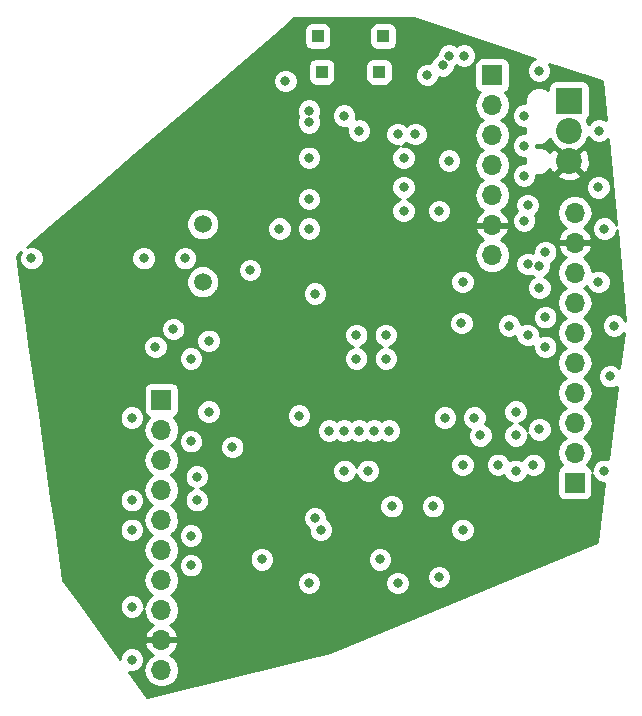
<source format=gbr>
G04 #@! TF.GenerationSoftware,KiCad,Pcbnew,5.0.2+dfsg1-1*
G04 #@! TF.CreationDate,2019-07-18T08:03:33+03:00*
G04 #@! TF.ProjectId,avrUsb,61767255-7362-42e6-9b69-6361645f7063,rev?*
G04 #@! TF.SameCoordinates,Original*
G04 #@! TF.FileFunction,Copper,L3,Inr*
G04 #@! TF.FilePolarity,Positive*
%FSLAX46Y46*%
G04 Gerber Fmt 4.6, Leading zero omitted, Abs format (unit mm)*
G04 Created by KiCad (PCBNEW 5.0.2+dfsg1-1) date Thu 18 Jul 2019 08:03:33 AM EEST*
%MOMM*%
%LPD*%
G01*
G04 APERTURE LIST*
G04 #@! TA.AperFunction,ViaPad*
%ADD10R,1.700000X1.700000*%
G04 #@! TD*
G04 #@! TA.AperFunction,ViaPad*
%ADD11O,1.700000X1.700000*%
G04 #@! TD*
G04 #@! TA.AperFunction,ViaPad*
%ADD12R,1.016000X1.016000*%
G04 #@! TD*
G04 #@! TA.AperFunction,ViaPad*
%ADD13C,1.500000*%
G04 #@! TD*
G04 #@! TA.AperFunction,ViaPad*
%ADD14R,2.200000X2.200000*%
G04 #@! TD*
G04 #@! TA.AperFunction,ViaPad*
%ADD15C,2.200000*%
G04 #@! TD*
G04 #@! TA.AperFunction,ViaPad*
%ADD16C,0.800000*%
G04 #@! TD*
G04 #@! TA.AperFunction,Conductor*
%ADD17C,0.254000*%
G04 #@! TD*
G04 APERTURE END LIST*
D10*
G04 #@! TO.N,Net-(J1-Pad1)*
G04 #@! TO.C,J1*
X200500000Y-71500000D03*
D11*
G04 #@! TO.N,Net-(J1-Pad2)*
X200500000Y-74040000D03*
G04 #@! TO.N,Net-(J1-Pad3)*
X200500000Y-76580000D03*
G04 #@! TO.N,Net-(J1-Pad4)*
X200500000Y-79120000D03*
G04 #@! TO.N,Net-(J1-Pad5)*
X200500000Y-81660000D03*
G04 #@! TO.N,VCC*
X200500000Y-84200000D03*
G04 #@! TO.N,GND*
X200500000Y-86740000D03*
G04 #@! TD*
D10*
G04 #@! TO.N,Net-(J2-Pad1)*
G04 #@! TO.C,J2*
X207500000Y-106000000D03*
D11*
G04 #@! TO.N,Net-(J2-Pad2)*
X207500000Y-103460000D03*
G04 #@! TO.N,Net-(J2-Pad3)*
X207500000Y-100920000D03*
G04 #@! TO.N,Net-(J2-Pad4)*
X207500000Y-98380000D03*
G04 #@! TO.N,Net-(J2-Pad5)*
X207500000Y-95840000D03*
G04 #@! TO.N,Net-(J2-Pad6)*
X207500000Y-93300000D03*
G04 #@! TO.N,Net-(J2-Pad7)*
X207500000Y-90760000D03*
G04 #@! TO.N,Net-(J2-Pad8)*
X207500000Y-88220000D03*
G04 #@! TO.N,VCC*
X207500000Y-85680000D03*
G04 #@! TO.N,GND*
X207500000Y-83140000D03*
G04 #@! TD*
G04 #@! TO.N,GND*
G04 #@! TO.C,J3*
X172500000Y-121860000D03*
G04 #@! TO.N,VCC*
X172500000Y-119320000D03*
G04 #@! TO.N,Net-(J3-Pad8)*
X172500000Y-116780000D03*
G04 #@! TO.N,Net-(J3-Pad7)*
X172500000Y-114240000D03*
G04 #@! TO.N,Net-(J3-Pad6)*
X172500000Y-111700000D03*
G04 #@! TO.N,Net-(J3-Pad5)*
X172500000Y-109160000D03*
G04 #@! TO.N,Net-(J3-Pad4)*
X172500000Y-106620000D03*
G04 #@! TO.N,Net-(J3-Pad3)*
X172500000Y-104080000D03*
G04 #@! TO.N,Net-(J3-Pad2)*
X172500000Y-101540000D03*
D10*
G04 #@! TO.N,Net-(J3-Pad1)*
X172500000Y-99000000D03*
G04 #@! TD*
D12*
G04 #@! TO.N,GND*
G04 #@! TO.C,X1*
X191274950Y-68200021D03*
X185725050Y-68200021D03*
X190925700Y-71229987D03*
X186074300Y-71229987D03*
G04 #@! TD*
D13*
G04 #@! TO.N,Net-(C1-Pad2)*
G04 #@! TO.C,Y1*
X176000000Y-89000000D03*
G04 #@! TO.N,Net-(C2-Pad2)*
X176000000Y-84120000D03*
G04 #@! TD*
D14*
G04 #@! TO.N,GND*
G04 #@! TO.C,J4*
X207010000Y-73660000D03*
D15*
G04 #@! TO.N,Net-(J4-Pad2)*
X207010000Y-76200000D03*
G04 #@! TO.N,VCC*
X207010000Y-78740000D03*
G04 #@! TD*
D16*
G04 #@! TO.N,GND*
X189000000Y-93500000D03*
X189000000Y-95500000D03*
X191500000Y-95500000D03*
X191500000Y-93500000D03*
X174500000Y-87000000D03*
X171000000Y-87000000D03*
X161500000Y-87000000D03*
X185500000Y-90000000D03*
X180000000Y-88000000D03*
X170000000Y-100500000D03*
X170000000Y-107500000D03*
X170000000Y-116500000D03*
X170000000Y-110000000D03*
X170000000Y-121000000D03*
X210000000Y-105000000D03*
X210500000Y-97000000D03*
X209500000Y-89000000D03*
X210000000Y-84500000D03*
X209500000Y-81000000D03*
X195000000Y-71500000D03*
X183000000Y-72000000D03*
X182500000Y-84500000D03*
X176500000Y-94000000D03*
X173500000Y-93000000D03*
X172000000Y-94500000D03*
X175000000Y-95500000D03*
X185000000Y-84500000D03*
X185000000Y-82000000D03*
X185000000Y-78500000D03*
X185000000Y-75500000D03*
X185000000Y-74500000D03*
X194000000Y-76500000D03*
X192500000Y-76500000D03*
X193000000Y-78500000D03*
X193000000Y-81000000D03*
X193000000Y-83000000D03*
X196000000Y-83000000D03*
X192000000Y-108000000D03*
X195500000Y-108000000D03*
X198000000Y-110000000D03*
X196000000Y-114000000D03*
X192500000Y-114500000D03*
X191000000Y-112500000D03*
X198000000Y-89000000D03*
X203500000Y-93500000D03*
X205000000Y-92000000D03*
X205000000Y-94500000D03*
X196500000Y-100500000D03*
X199000000Y-100500000D03*
X202500000Y-100000000D03*
X204500000Y-101500000D03*
X202500000Y-102000000D03*
X199500000Y-102000000D03*
X198000000Y-104500000D03*
X202500000Y-105000000D03*
X201000000Y-104500000D03*
X204000000Y-104500000D03*
X176500000Y-100000000D03*
X175000000Y-102500000D03*
X175500000Y-105500000D03*
X178500000Y-103000000D03*
X175500000Y-107500000D03*
X175000000Y-110500000D03*
X175000000Y-113000000D03*
X181000000Y-112500000D03*
X185500000Y-109000000D03*
X188000000Y-105000000D03*
X190000000Y-105000000D03*
X186000000Y-110000000D03*
X185000000Y-114500000D03*
X205000000Y-86500000D03*
X203500000Y-82500000D03*
X203500000Y-87500000D03*
X204500000Y-89500000D03*
X203200000Y-83820000D03*
X204470000Y-87630000D03*
X210820000Y-92710000D03*
X203200000Y-80010000D03*
X203200000Y-74930000D03*
X196850000Y-78740000D03*
X209550000Y-76200000D03*
X204470000Y-71120000D03*
X196850000Y-69850000D03*
X203200000Y-77470000D03*
X184150000Y-100330000D03*
G04 #@! TO.N,VCC*
X190500000Y-73500000D03*
X188000000Y-89000000D03*
X184000000Y-94000000D03*
X202000000Y-90500000D03*
G04 #@! TO.N,Net-(J1-Pad1)*
X186690000Y-101600000D03*
G04 #@! TO.N,Net-(J1-Pad2)*
X187960000Y-101600000D03*
G04 #@! TO.N,Net-(J1-Pad3)*
X189230000Y-101600000D03*
G04 #@! TO.N,Net-(J1-Pad4)*
X190500000Y-101600000D03*
G04 #@! TO.N,Net-(J1-Pad5)*
X191770000Y-101600000D03*
G04 #@! TO.N,Net-(J3-Pad5)*
X201930000Y-92710000D03*
G04 #@! TO.N,Net-(J3-Pad4)*
X197910000Y-92500000D03*
G04 #@! TO.N,Net-(J3-Pad3)*
X198120000Y-69850000D03*
G04 #@! TO.N,Net-(J3-Pad2)*
X196305406Y-70688702D03*
G04 #@! TO.N,Net-(R2-Pad2)*
X187960000Y-74930000D03*
X189230000Y-76200000D03*
G04 #@! TD*
D17*
G04 #@! TO.N,VCC*
G36*
X204150714Y-70131977D02*
X203883720Y-70242569D01*
X203592569Y-70533720D01*
X203435000Y-70914126D01*
X203435000Y-71325874D01*
X203592569Y-71706280D01*
X203883720Y-71997431D01*
X204264126Y-72155000D01*
X204675874Y-72155000D01*
X205056280Y-71997431D01*
X205347431Y-71706280D01*
X205505000Y-71325874D01*
X205505000Y-70914126D01*
X205347431Y-70533720D01*
X205343174Y-70529463D01*
X209837017Y-72027411D01*
X210152374Y-75338663D01*
X210136280Y-75322569D01*
X209755874Y-75165000D01*
X209344126Y-75165000D01*
X208963720Y-75322569D01*
X208672569Y-75613720D01*
X208658837Y-75646872D01*
X208499907Y-75263180D01*
X208567809Y-75217809D01*
X208708157Y-75007765D01*
X208757440Y-74760000D01*
X208757440Y-72560000D01*
X208708157Y-72312235D01*
X208567809Y-72102191D01*
X208357765Y-71961843D01*
X208110000Y-71912560D01*
X205910000Y-71912560D01*
X205662235Y-71961843D01*
X205452191Y-72102191D01*
X205311843Y-72312235D01*
X205262560Y-72560000D01*
X205262560Y-72776716D01*
X205141249Y-72655405D01*
X204705711Y-72475000D01*
X204234289Y-72475000D01*
X203798751Y-72655405D01*
X203465405Y-72988751D01*
X203285000Y-73424289D01*
X203285000Y-73895000D01*
X202994126Y-73895000D01*
X202613720Y-74052569D01*
X202322569Y-74343720D01*
X202165000Y-74724126D01*
X202165000Y-75135874D01*
X202322569Y-75516280D01*
X202613720Y-75807431D01*
X202994126Y-75965000D01*
X203285000Y-75965000D01*
X203285000Y-76435000D01*
X202994126Y-76435000D01*
X202613720Y-76592569D01*
X202322569Y-76883720D01*
X202165000Y-77264126D01*
X202165000Y-77675874D01*
X202322569Y-78056280D01*
X202613720Y-78347431D01*
X202994126Y-78505000D01*
X203285000Y-78505000D01*
X203285000Y-78975000D01*
X202994126Y-78975000D01*
X202613720Y-79132569D01*
X202322569Y-79423720D01*
X202165000Y-79804126D01*
X202165000Y-80215874D01*
X202322569Y-80596280D01*
X202613720Y-80887431D01*
X202994126Y-81045000D01*
X203405874Y-81045000D01*
X203786280Y-80887431D01*
X203879585Y-80794126D01*
X208465000Y-80794126D01*
X208465000Y-81205874D01*
X208622569Y-81586280D01*
X208913720Y-81877431D01*
X209294126Y-82035000D01*
X209705874Y-82035000D01*
X210086280Y-81877431D01*
X210377431Y-81586280D01*
X210535000Y-81205874D01*
X210535000Y-80794126D01*
X210377431Y-80413720D01*
X210086280Y-80122569D01*
X209705874Y-79965000D01*
X209294126Y-79965000D01*
X208913720Y-80122569D01*
X208622569Y-80413720D01*
X208465000Y-80794126D01*
X203879585Y-80794126D01*
X204077431Y-80596280D01*
X204235000Y-80215874D01*
X204235000Y-79964868D01*
X205964737Y-79964868D01*
X206075641Y-80242099D01*
X206721593Y-80485323D01*
X207411453Y-80462836D01*
X207944359Y-80242099D01*
X208055263Y-79964868D01*
X207010000Y-78919605D01*
X205964737Y-79964868D01*
X204235000Y-79964868D01*
X204235000Y-79925000D01*
X204705711Y-79925000D01*
X205141249Y-79744595D01*
X205421083Y-79464761D01*
X205507901Y-79674359D01*
X205785132Y-79785263D01*
X206830395Y-78740000D01*
X207189605Y-78740000D01*
X208234868Y-79785263D01*
X208512099Y-79674359D01*
X208755323Y-79028407D01*
X208732836Y-78338547D01*
X208512099Y-77805641D01*
X208234868Y-77694737D01*
X207189605Y-78740000D01*
X206830395Y-78740000D01*
X205785132Y-77694737D01*
X205507901Y-77805641D01*
X205426820Y-78020976D01*
X205141249Y-77735405D01*
X204705711Y-77555000D01*
X204235000Y-77555000D01*
X204235000Y-77385000D01*
X204705711Y-77385000D01*
X205141249Y-77204595D01*
X205428983Y-76916861D01*
X205539138Y-77182799D01*
X206027201Y-77670862D01*
X206186416Y-77736811D01*
X207010000Y-78560395D01*
X207833584Y-77736811D01*
X207992799Y-77670862D01*
X208480862Y-77182799D01*
X208658837Y-76753128D01*
X208672569Y-76786280D01*
X208963720Y-77077431D01*
X209344126Y-77235000D01*
X209755874Y-77235000D01*
X210136280Y-77077431D01*
X210302172Y-76911539D01*
X210996400Y-84200937D01*
X210877431Y-83913720D01*
X210586280Y-83622569D01*
X210205874Y-83465000D01*
X209794126Y-83465000D01*
X209413720Y-83622569D01*
X209122569Y-83913720D01*
X208965000Y-84294126D01*
X208965000Y-84705874D01*
X209122569Y-85086280D01*
X209413720Y-85377431D01*
X209794126Y-85535000D01*
X210205874Y-85535000D01*
X210586280Y-85377431D01*
X210877431Y-85086280D01*
X211035000Y-84705874D01*
X211035000Y-84606237D01*
X211766930Y-92291506D01*
X211697431Y-92123720D01*
X211406280Y-91832569D01*
X211025874Y-91675000D01*
X210614126Y-91675000D01*
X210233720Y-91832569D01*
X209942569Y-92123720D01*
X209785000Y-92504126D01*
X209785000Y-92915874D01*
X209942569Y-93296280D01*
X210233720Y-93587431D01*
X210614126Y-93745000D01*
X211025874Y-93745000D01*
X211406280Y-93587431D01*
X211676330Y-93317381D01*
X211281535Y-96317824D01*
X211086280Y-96122569D01*
X210705874Y-95965000D01*
X210294126Y-95965000D01*
X209913720Y-96122569D01*
X209622569Y-96413720D01*
X209465000Y-96794126D01*
X209465000Y-97205874D01*
X209622569Y-97586280D01*
X209913720Y-97877431D01*
X210294126Y-98035000D01*
X210705874Y-98035000D01*
X211075749Y-97881793D01*
X210271738Y-103992282D01*
X210205874Y-103965000D01*
X209794126Y-103965000D01*
X209413720Y-104122569D01*
X209122569Y-104413720D01*
X208965000Y-104794126D01*
X208965000Y-104986911D01*
X208948157Y-104902235D01*
X208807809Y-104692191D01*
X208597765Y-104551843D01*
X208552381Y-104542816D01*
X208570625Y-104530625D01*
X208898839Y-104039418D01*
X209014092Y-103460000D01*
X208898839Y-102880582D01*
X208570625Y-102389375D01*
X208272239Y-102190000D01*
X208570625Y-101990625D01*
X208898839Y-101499418D01*
X209014092Y-100920000D01*
X208898839Y-100340582D01*
X208570625Y-99849375D01*
X208272239Y-99650000D01*
X208570625Y-99450625D01*
X208898839Y-98959418D01*
X209014092Y-98380000D01*
X208898839Y-97800582D01*
X208570625Y-97309375D01*
X208272239Y-97110000D01*
X208570625Y-96910625D01*
X208898839Y-96419418D01*
X209014092Y-95840000D01*
X208898839Y-95260582D01*
X208570625Y-94769375D01*
X208272239Y-94570000D01*
X208570625Y-94370625D01*
X208898839Y-93879418D01*
X209014092Y-93300000D01*
X208898839Y-92720582D01*
X208570625Y-92229375D01*
X208272239Y-92030000D01*
X208570625Y-91830625D01*
X208898839Y-91339418D01*
X209014092Y-90760000D01*
X208898839Y-90180582D01*
X208570625Y-89689375D01*
X208272239Y-89490000D01*
X208515392Y-89327531D01*
X208622569Y-89586280D01*
X208913720Y-89877431D01*
X209294126Y-90035000D01*
X209705874Y-90035000D01*
X210086280Y-89877431D01*
X210377431Y-89586280D01*
X210535000Y-89205874D01*
X210535000Y-88794126D01*
X210377431Y-88413720D01*
X210086280Y-88122569D01*
X209705874Y-87965000D01*
X209294126Y-87965000D01*
X208988547Y-88091575D01*
X208898839Y-87640582D01*
X208570625Y-87149375D01*
X208251522Y-86936157D01*
X208381358Y-86875183D01*
X208771645Y-86446924D01*
X208941476Y-86036890D01*
X208820155Y-85807000D01*
X207627000Y-85807000D01*
X207627000Y-85827000D01*
X207373000Y-85827000D01*
X207373000Y-85807000D01*
X206179845Y-85807000D01*
X206058524Y-86036890D01*
X206228355Y-86446924D01*
X206618642Y-86875183D01*
X206748478Y-86936157D01*
X206429375Y-87149375D01*
X206101161Y-87640582D01*
X205985908Y-88220000D01*
X206101161Y-88799418D01*
X206429375Y-89290625D01*
X206727761Y-89490000D01*
X206429375Y-89689375D01*
X206101161Y-90180582D01*
X205985908Y-90760000D01*
X206101161Y-91339418D01*
X206429375Y-91830625D01*
X206727761Y-92030000D01*
X206429375Y-92229375D01*
X206101161Y-92720582D01*
X205985908Y-93300000D01*
X206101161Y-93879418D01*
X206429375Y-94370625D01*
X206727761Y-94570000D01*
X206429375Y-94769375D01*
X206101161Y-95260582D01*
X205985908Y-95840000D01*
X206101161Y-96419418D01*
X206429375Y-96910625D01*
X206727761Y-97110000D01*
X206429375Y-97309375D01*
X206101161Y-97800582D01*
X205985908Y-98380000D01*
X206101161Y-98959418D01*
X206429375Y-99450625D01*
X206727761Y-99650000D01*
X206429375Y-99849375D01*
X206101161Y-100340582D01*
X205985908Y-100920000D01*
X206101161Y-101499418D01*
X206429375Y-101990625D01*
X206727761Y-102190000D01*
X206429375Y-102389375D01*
X206101161Y-102880582D01*
X205985908Y-103460000D01*
X206101161Y-104039418D01*
X206429375Y-104530625D01*
X206447619Y-104542816D01*
X206402235Y-104551843D01*
X206192191Y-104692191D01*
X206051843Y-104902235D01*
X206002560Y-105150000D01*
X206002560Y-106850000D01*
X206051843Y-107097765D01*
X206192191Y-107307809D01*
X206402235Y-107448157D01*
X206650000Y-107497440D01*
X208350000Y-107497440D01*
X208597765Y-107448157D01*
X208807809Y-107307809D01*
X208948157Y-107097765D01*
X208997440Y-106850000D01*
X208997440Y-105284191D01*
X209122569Y-105586280D01*
X209413720Y-105877431D01*
X209794126Y-106035000D01*
X210002960Y-106035000D01*
X209349610Y-111000458D01*
X186777179Y-120323855D01*
X171296775Y-124193956D01*
X169738083Y-122011786D01*
X169794126Y-122035000D01*
X170205874Y-122035000D01*
X170586280Y-121877431D01*
X170603711Y-121860000D01*
X170985908Y-121860000D01*
X171101161Y-122439418D01*
X171429375Y-122930625D01*
X171920582Y-123258839D01*
X172353744Y-123345000D01*
X172646256Y-123345000D01*
X173079418Y-123258839D01*
X173570625Y-122930625D01*
X173898839Y-122439418D01*
X174014092Y-121860000D01*
X173898839Y-121280582D01*
X173570625Y-120789375D01*
X173251522Y-120576157D01*
X173381358Y-120515183D01*
X173771645Y-120086924D01*
X173941476Y-119676890D01*
X173820155Y-119447000D01*
X172627000Y-119447000D01*
X172627000Y-119467000D01*
X172373000Y-119467000D01*
X172373000Y-119447000D01*
X171179845Y-119447000D01*
X171058524Y-119676890D01*
X171228355Y-120086924D01*
X171618642Y-120515183D01*
X171748478Y-120576157D01*
X171429375Y-120789375D01*
X171101161Y-121280582D01*
X170985908Y-121860000D01*
X170603711Y-121860000D01*
X170877431Y-121586280D01*
X171035000Y-121205874D01*
X171035000Y-120794126D01*
X170877431Y-120413720D01*
X170586280Y-120122569D01*
X170205874Y-119965000D01*
X169794126Y-119965000D01*
X169413720Y-120122569D01*
X169122569Y-120413720D01*
X168965000Y-120794126D01*
X168965000Y-120929470D01*
X165654040Y-116294126D01*
X168965000Y-116294126D01*
X168965000Y-116705874D01*
X169122569Y-117086280D01*
X169413720Y-117377431D01*
X169794126Y-117535000D01*
X170205874Y-117535000D01*
X170586280Y-117377431D01*
X170877431Y-117086280D01*
X170991874Y-116809991D01*
X171101161Y-117359418D01*
X171429375Y-117850625D01*
X171748478Y-118063843D01*
X171618642Y-118124817D01*
X171228355Y-118553076D01*
X171058524Y-118963110D01*
X171179845Y-119193000D01*
X172373000Y-119193000D01*
X172373000Y-119173000D01*
X172627000Y-119173000D01*
X172627000Y-119193000D01*
X173820155Y-119193000D01*
X173941476Y-118963110D01*
X173771645Y-118553076D01*
X173381358Y-118124817D01*
X173251522Y-118063843D01*
X173570625Y-117850625D01*
X173898839Y-117359418D01*
X174014092Y-116780000D01*
X173898839Y-116200582D01*
X173570625Y-115709375D01*
X173272239Y-115510000D01*
X173570625Y-115310625D01*
X173898839Y-114819418D01*
X174003325Y-114294126D01*
X183965000Y-114294126D01*
X183965000Y-114705874D01*
X184122569Y-115086280D01*
X184413720Y-115377431D01*
X184794126Y-115535000D01*
X185205874Y-115535000D01*
X185586280Y-115377431D01*
X185877431Y-115086280D01*
X186035000Y-114705874D01*
X186035000Y-114294126D01*
X191465000Y-114294126D01*
X191465000Y-114705874D01*
X191622569Y-115086280D01*
X191913720Y-115377431D01*
X192294126Y-115535000D01*
X192705874Y-115535000D01*
X193086280Y-115377431D01*
X193377431Y-115086280D01*
X193535000Y-114705874D01*
X193535000Y-114294126D01*
X193377431Y-113913720D01*
X193257837Y-113794126D01*
X194965000Y-113794126D01*
X194965000Y-114205874D01*
X195122569Y-114586280D01*
X195413720Y-114877431D01*
X195794126Y-115035000D01*
X196205874Y-115035000D01*
X196586280Y-114877431D01*
X196877431Y-114586280D01*
X197035000Y-114205874D01*
X197035000Y-113794126D01*
X196877431Y-113413720D01*
X196586280Y-113122569D01*
X196205874Y-112965000D01*
X195794126Y-112965000D01*
X195413720Y-113122569D01*
X195122569Y-113413720D01*
X194965000Y-113794126D01*
X193257837Y-113794126D01*
X193086280Y-113622569D01*
X192705874Y-113465000D01*
X192294126Y-113465000D01*
X191913720Y-113622569D01*
X191622569Y-113913720D01*
X191465000Y-114294126D01*
X186035000Y-114294126D01*
X185877431Y-113913720D01*
X185586280Y-113622569D01*
X185205874Y-113465000D01*
X184794126Y-113465000D01*
X184413720Y-113622569D01*
X184122569Y-113913720D01*
X183965000Y-114294126D01*
X174003325Y-114294126D01*
X174014092Y-114240000D01*
X173898839Y-113660582D01*
X173570625Y-113169375D01*
X173272239Y-112970000D01*
X173535453Y-112794126D01*
X173965000Y-112794126D01*
X173965000Y-113205874D01*
X174122569Y-113586280D01*
X174413720Y-113877431D01*
X174794126Y-114035000D01*
X175205874Y-114035000D01*
X175586280Y-113877431D01*
X175877431Y-113586280D01*
X176035000Y-113205874D01*
X176035000Y-112794126D01*
X175877431Y-112413720D01*
X175757837Y-112294126D01*
X179965000Y-112294126D01*
X179965000Y-112705874D01*
X180122569Y-113086280D01*
X180413720Y-113377431D01*
X180794126Y-113535000D01*
X181205874Y-113535000D01*
X181586280Y-113377431D01*
X181877431Y-113086280D01*
X182035000Y-112705874D01*
X182035000Y-112294126D01*
X189965000Y-112294126D01*
X189965000Y-112705874D01*
X190122569Y-113086280D01*
X190413720Y-113377431D01*
X190794126Y-113535000D01*
X191205874Y-113535000D01*
X191586280Y-113377431D01*
X191877431Y-113086280D01*
X192035000Y-112705874D01*
X192035000Y-112294126D01*
X191877431Y-111913720D01*
X191586280Y-111622569D01*
X191205874Y-111465000D01*
X190794126Y-111465000D01*
X190413720Y-111622569D01*
X190122569Y-111913720D01*
X189965000Y-112294126D01*
X182035000Y-112294126D01*
X181877431Y-111913720D01*
X181586280Y-111622569D01*
X181205874Y-111465000D01*
X180794126Y-111465000D01*
X180413720Y-111622569D01*
X180122569Y-111913720D01*
X179965000Y-112294126D01*
X175757837Y-112294126D01*
X175586280Y-112122569D01*
X175205874Y-111965000D01*
X174794126Y-111965000D01*
X174413720Y-112122569D01*
X174122569Y-112413720D01*
X173965000Y-112794126D01*
X173535453Y-112794126D01*
X173570625Y-112770625D01*
X173898839Y-112279418D01*
X174014092Y-111700000D01*
X173898839Y-111120582D01*
X173570625Y-110629375D01*
X173272239Y-110430000D01*
X173475588Y-110294126D01*
X173965000Y-110294126D01*
X173965000Y-110705874D01*
X174122569Y-111086280D01*
X174413720Y-111377431D01*
X174794126Y-111535000D01*
X175205874Y-111535000D01*
X175586280Y-111377431D01*
X175877431Y-111086280D01*
X176035000Y-110705874D01*
X176035000Y-110294126D01*
X175877431Y-109913720D01*
X175586280Y-109622569D01*
X175205874Y-109465000D01*
X174794126Y-109465000D01*
X174413720Y-109622569D01*
X174122569Y-109913720D01*
X173965000Y-110294126D01*
X173475588Y-110294126D01*
X173570625Y-110230625D01*
X173898839Y-109739418D01*
X174014092Y-109160000D01*
X173941316Y-108794126D01*
X184465000Y-108794126D01*
X184465000Y-109205874D01*
X184622569Y-109586280D01*
X184913720Y-109877431D01*
X184965000Y-109898672D01*
X184965000Y-110205874D01*
X185122569Y-110586280D01*
X185413720Y-110877431D01*
X185794126Y-111035000D01*
X186205874Y-111035000D01*
X186586280Y-110877431D01*
X186877431Y-110586280D01*
X187035000Y-110205874D01*
X187035000Y-109794126D01*
X196965000Y-109794126D01*
X196965000Y-110205874D01*
X197122569Y-110586280D01*
X197413720Y-110877431D01*
X197794126Y-111035000D01*
X198205874Y-111035000D01*
X198586280Y-110877431D01*
X198877431Y-110586280D01*
X199035000Y-110205874D01*
X199035000Y-109794126D01*
X198877431Y-109413720D01*
X198586280Y-109122569D01*
X198205874Y-108965000D01*
X197794126Y-108965000D01*
X197413720Y-109122569D01*
X197122569Y-109413720D01*
X196965000Y-109794126D01*
X187035000Y-109794126D01*
X186877431Y-109413720D01*
X186586280Y-109122569D01*
X186535000Y-109101328D01*
X186535000Y-108794126D01*
X186377431Y-108413720D01*
X186086280Y-108122569D01*
X185705874Y-107965000D01*
X185294126Y-107965000D01*
X184913720Y-108122569D01*
X184622569Y-108413720D01*
X184465000Y-108794126D01*
X173941316Y-108794126D01*
X173898839Y-108580582D01*
X173570625Y-108089375D01*
X173272239Y-107890000D01*
X173570625Y-107690625D01*
X173898839Y-107199418D01*
X174014092Y-106620000D01*
X173898839Y-106040582D01*
X173570625Y-105549375D01*
X173272239Y-105350000D01*
X173355860Y-105294126D01*
X174465000Y-105294126D01*
X174465000Y-105705874D01*
X174622569Y-106086280D01*
X174913720Y-106377431D01*
X175209628Y-106500000D01*
X174913720Y-106622569D01*
X174622569Y-106913720D01*
X174465000Y-107294126D01*
X174465000Y-107705874D01*
X174622569Y-108086280D01*
X174913720Y-108377431D01*
X175294126Y-108535000D01*
X175705874Y-108535000D01*
X176086280Y-108377431D01*
X176377431Y-108086280D01*
X176498444Y-107794126D01*
X190965000Y-107794126D01*
X190965000Y-108205874D01*
X191122569Y-108586280D01*
X191413720Y-108877431D01*
X191794126Y-109035000D01*
X192205874Y-109035000D01*
X192586280Y-108877431D01*
X192877431Y-108586280D01*
X193035000Y-108205874D01*
X193035000Y-107794126D01*
X194465000Y-107794126D01*
X194465000Y-108205874D01*
X194622569Y-108586280D01*
X194913720Y-108877431D01*
X195294126Y-109035000D01*
X195705874Y-109035000D01*
X196086280Y-108877431D01*
X196377431Y-108586280D01*
X196535000Y-108205874D01*
X196535000Y-107794126D01*
X196377431Y-107413720D01*
X196086280Y-107122569D01*
X195705874Y-106965000D01*
X195294126Y-106965000D01*
X194913720Y-107122569D01*
X194622569Y-107413720D01*
X194465000Y-107794126D01*
X193035000Y-107794126D01*
X192877431Y-107413720D01*
X192586280Y-107122569D01*
X192205874Y-106965000D01*
X191794126Y-106965000D01*
X191413720Y-107122569D01*
X191122569Y-107413720D01*
X190965000Y-107794126D01*
X176498444Y-107794126D01*
X176535000Y-107705874D01*
X176535000Y-107294126D01*
X176377431Y-106913720D01*
X176086280Y-106622569D01*
X175790372Y-106500000D01*
X176086280Y-106377431D01*
X176377431Y-106086280D01*
X176535000Y-105705874D01*
X176535000Y-105294126D01*
X176377431Y-104913720D01*
X176257837Y-104794126D01*
X186965000Y-104794126D01*
X186965000Y-105205874D01*
X187122569Y-105586280D01*
X187413720Y-105877431D01*
X187794126Y-106035000D01*
X188205874Y-106035000D01*
X188586280Y-105877431D01*
X188877431Y-105586280D01*
X189000000Y-105290372D01*
X189122569Y-105586280D01*
X189413720Y-105877431D01*
X189794126Y-106035000D01*
X190205874Y-106035000D01*
X190586280Y-105877431D01*
X190877431Y-105586280D01*
X191035000Y-105205874D01*
X191035000Y-104794126D01*
X190877431Y-104413720D01*
X190757837Y-104294126D01*
X196965000Y-104294126D01*
X196965000Y-104705874D01*
X197122569Y-105086280D01*
X197413720Y-105377431D01*
X197794126Y-105535000D01*
X198205874Y-105535000D01*
X198586280Y-105377431D01*
X198877431Y-105086280D01*
X199035000Y-104705874D01*
X199035000Y-104294126D01*
X199965000Y-104294126D01*
X199965000Y-104705874D01*
X200122569Y-105086280D01*
X200413720Y-105377431D01*
X200794126Y-105535000D01*
X201205874Y-105535000D01*
X201543415Y-105395186D01*
X201622569Y-105586280D01*
X201913720Y-105877431D01*
X202294126Y-106035000D01*
X202705874Y-106035000D01*
X203086280Y-105877431D01*
X203377431Y-105586280D01*
X203456585Y-105395186D01*
X203794126Y-105535000D01*
X204205874Y-105535000D01*
X204586280Y-105377431D01*
X204877431Y-105086280D01*
X205035000Y-104705874D01*
X205035000Y-104294126D01*
X204877431Y-103913720D01*
X204586280Y-103622569D01*
X204205874Y-103465000D01*
X203794126Y-103465000D01*
X203413720Y-103622569D01*
X203122569Y-103913720D01*
X203043415Y-104104814D01*
X202705874Y-103965000D01*
X202294126Y-103965000D01*
X201956585Y-104104814D01*
X201877431Y-103913720D01*
X201586280Y-103622569D01*
X201205874Y-103465000D01*
X200794126Y-103465000D01*
X200413720Y-103622569D01*
X200122569Y-103913720D01*
X199965000Y-104294126D01*
X199035000Y-104294126D01*
X198877431Y-103913720D01*
X198586280Y-103622569D01*
X198205874Y-103465000D01*
X197794126Y-103465000D01*
X197413720Y-103622569D01*
X197122569Y-103913720D01*
X196965000Y-104294126D01*
X190757837Y-104294126D01*
X190586280Y-104122569D01*
X190205874Y-103965000D01*
X189794126Y-103965000D01*
X189413720Y-104122569D01*
X189122569Y-104413720D01*
X189000000Y-104709628D01*
X188877431Y-104413720D01*
X188586280Y-104122569D01*
X188205874Y-103965000D01*
X187794126Y-103965000D01*
X187413720Y-104122569D01*
X187122569Y-104413720D01*
X186965000Y-104794126D01*
X176257837Y-104794126D01*
X176086280Y-104622569D01*
X175705874Y-104465000D01*
X175294126Y-104465000D01*
X174913720Y-104622569D01*
X174622569Y-104913720D01*
X174465000Y-105294126D01*
X173355860Y-105294126D01*
X173570625Y-105150625D01*
X173898839Y-104659418D01*
X174014092Y-104080000D01*
X173898839Y-103500582D01*
X173570625Y-103009375D01*
X173272239Y-102810000D01*
X173570625Y-102610625D01*
X173782102Y-102294126D01*
X173965000Y-102294126D01*
X173965000Y-102705874D01*
X174122569Y-103086280D01*
X174413720Y-103377431D01*
X174794126Y-103535000D01*
X175205874Y-103535000D01*
X175586280Y-103377431D01*
X175877431Y-103086280D01*
X175998444Y-102794126D01*
X177465000Y-102794126D01*
X177465000Y-103205874D01*
X177622569Y-103586280D01*
X177913720Y-103877431D01*
X178294126Y-104035000D01*
X178705874Y-104035000D01*
X179086280Y-103877431D01*
X179377431Y-103586280D01*
X179535000Y-103205874D01*
X179535000Y-102794126D01*
X179377431Y-102413720D01*
X179086280Y-102122569D01*
X178705874Y-101965000D01*
X178294126Y-101965000D01*
X177913720Y-102122569D01*
X177622569Y-102413720D01*
X177465000Y-102794126D01*
X175998444Y-102794126D01*
X176035000Y-102705874D01*
X176035000Y-102294126D01*
X175877431Y-101913720D01*
X175586280Y-101622569D01*
X175205874Y-101465000D01*
X174794126Y-101465000D01*
X174413720Y-101622569D01*
X174122569Y-101913720D01*
X173965000Y-102294126D01*
X173782102Y-102294126D01*
X173898839Y-102119418D01*
X174014092Y-101540000D01*
X173985076Y-101394126D01*
X185655000Y-101394126D01*
X185655000Y-101805874D01*
X185812569Y-102186280D01*
X186103720Y-102477431D01*
X186484126Y-102635000D01*
X186895874Y-102635000D01*
X187276280Y-102477431D01*
X187325000Y-102428711D01*
X187373720Y-102477431D01*
X187754126Y-102635000D01*
X188165874Y-102635000D01*
X188546280Y-102477431D01*
X188595000Y-102428711D01*
X188643720Y-102477431D01*
X189024126Y-102635000D01*
X189435874Y-102635000D01*
X189816280Y-102477431D01*
X189865000Y-102428711D01*
X189913720Y-102477431D01*
X190294126Y-102635000D01*
X190705874Y-102635000D01*
X191086280Y-102477431D01*
X191135000Y-102428711D01*
X191183720Y-102477431D01*
X191564126Y-102635000D01*
X191975874Y-102635000D01*
X192356280Y-102477431D01*
X192647431Y-102186280D01*
X192805000Y-101805874D01*
X192805000Y-101394126D01*
X192647431Y-101013720D01*
X192356280Y-100722569D01*
X191975874Y-100565000D01*
X191564126Y-100565000D01*
X191183720Y-100722569D01*
X191135000Y-100771289D01*
X191086280Y-100722569D01*
X190705874Y-100565000D01*
X190294126Y-100565000D01*
X189913720Y-100722569D01*
X189865000Y-100771289D01*
X189816280Y-100722569D01*
X189435874Y-100565000D01*
X189024126Y-100565000D01*
X188643720Y-100722569D01*
X188595000Y-100771289D01*
X188546280Y-100722569D01*
X188165874Y-100565000D01*
X187754126Y-100565000D01*
X187373720Y-100722569D01*
X187325000Y-100771289D01*
X187276280Y-100722569D01*
X186895874Y-100565000D01*
X186484126Y-100565000D01*
X186103720Y-100722569D01*
X185812569Y-101013720D01*
X185655000Y-101394126D01*
X173985076Y-101394126D01*
X173898839Y-100960582D01*
X173570625Y-100469375D01*
X173552381Y-100457184D01*
X173597765Y-100448157D01*
X173807809Y-100307809D01*
X173948157Y-100097765D01*
X173997440Y-99850000D01*
X173997440Y-99794126D01*
X175465000Y-99794126D01*
X175465000Y-100205874D01*
X175622569Y-100586280D01*
X175913720Y-100877431D01*
X176294126Y-101035000D01*
X176705874Y-101035000D01*
X177086280Y-100877431D01*
X177377431Y-100586280D01*
X177535000Y-100205874D01*
X177535000Y-100124126D01*
X183115000Y-100124126D01*
X183115000Y-100535874D01*
X183272569Y-100916280D01*
X183563720Y-101207431D01*
X183944126Y-101365000D01*
X184355874Y-101365000D01*
X184736280Y-101207431D01*
X185027431Y-100916280D01*
X185185000Y-100535874D01*
X185185000Y-100294126D01*
X195465000Y-100294126D01*
X195465000Y-100705874D01*
X195622569Y-101086280D01*
X195913720Y-101377431D01*
X196294126Y-101535000D01*
X196705874Y-101535000D01*
X197086280Y-101377431D01*
X197377431Y-101086280D01*
X197535000Y-100705874D01*
X197535000Y-100294126D01*
X197965000Y-100294126D01*
X197965000Y-100705874D01*
X198122569Y-101086280D01*
X198413720Y-101377431D01*
X198604814Y-101456585D01*
X198465000Y-101794126D01*
X198465000Y-102205874D01*
X198622569Y-102586280D01*
X198913720Y-102877431D01*
X199294126Y-103035000D01*
X199705874Y-103035000D01*
X200086280Y-102877431D01*
X200377431Y-102586280D01*
X200535000Y-102205874D01*
X200535000Y-101794126D01*
X200377431Y-101413720D01*
X200086280Y-101122569D01*
X199895186Y-101043415D01*
X200035000Y-100705874D01*
X200035000Y-100294126D01*
X199877431Y-99913720D01*
X199757837Y-99794126D01*
X201465000Y-99794126D01*
X201465000Y-100205874D01*
X201622569Y-100586280D01*
X201913720Y-100877431D01*
X202209628Y-101000000D01*
X201913720Y-101122569D01*
X201622569Y-101413720D01*
X201465000Y-101794126D01*
X201465000Y-102205874D01*
X201622569Y-102586280D01*
X201913720Y-102877431D01*
X202294126Y-103035000D01*
X202705874Y-103035000D01*
X203086280Y-102877431D01*
X203377431Y-102586280D01*
X203535000Y-102205874D01*
X203535000Y-101874869D01*
X203622569Y-102086280D01*
X203913720Y-102377431D01*
X204294126Y-102535000D01*
X204705874Y-102535000D01*
X205086280Y-102377431D01*
X205377431Y-102086280D01*
X205535000Y-101705874D01*
X205535000Y-101294126D01*
X205377431Y-100913720D01*
X205086280Y-100622569D01*
X204705874Y-100465000D01*
X204294126Y-100465000D01*
X203913720Y-100622569D01*
X203622569Y-100913720D01*
X203465000Y-101294126D01*
X203465000Y-101625131D01*
X203377431Y-101413720D01*
X203086280Y-101122569D01*
X202790372Y-101000000D01*
X203086280Y-100877431D01*
X203377431Y-100586280D01*
X203535000Y-100205874D01*
X203535000Y-99794126D01*
X203377431Y-99413720D01*
X203086280Y-99122569D01*
X202705874Y-98965000D01*
X202294126Y-98965000D01*
X201913720Y-99122569D01*
X201622569Y-99413720D01*
X201465000Y-99794126D01*
X199757837Y-99794126D01*
X199586280Y-99622569D01*
X199205874Y-99465000D01*
X198794126Y-99465000D01*
X198413720Y-99622569D01*
X198122569Y-99913720D01*
X197965000Y-100294126D01*
X197535000Y-100294126D01*
X197377431Y-99913720D01*
X197086280Y-99622569D01*
X196705874Y-99465000D01*
X196294126Y-99465000D01*
X195913720Y-99622569D01*
X195622569Y-99913720D01*
X195465000Y-100294126D01*
X185185000Y-100294126D01*
X185185000Y-100124126D01*
X185027431Y-99743720D01*
X184736280Y-99452569D01*
X184355874Y-99295000D01*
X183944126Y-99295000D01*
X183563720Y-99452569D01*
X183272569Y-99743720D01*
X183115000Y-100124126D01*
X177535000Y-100124126D01*
X177535000Y-99794126D01*
X177377431Y-99413720D01*
X177086280Y-99122569D01*
X176705874Y-98965000D01*
X176294126Y-98965000D01*
X175913720Y-99122569D01*
X175622569Y-99413720D01*
X175465000Y-99794126D01*
X173997440Y-99794126D01*
X173997440Y-98150000D01*
X173948157Y-97902235D01*
X173807809Y-97692191D01*
X173597765Y-97551843D01*
X173350000Y-97502560D01*
X171650000Y-97502560D01*
X171402235Y-97551843D01*
X171192191Y-97692191D01*
X171051843Y-97902235D01*
X171002560Y-98150000D01*
X171002560Y-99850000D01*
X171051843Y-100097765D01*
X171192191Y-100307809D01*
X171402235Y-100448157D01*
X171447619Y-100457184D01*
X171429375Y-100469375D01*
X171101161Y-100960582D01*
X170985908Y-101540000D01*
X171101161Y-102119418D01*
X171429375Y-102610625D01*
X171727761Y-102810000D01*
X171429375Y-103009375D01*
X171101161Y-103500582D01*
X170985908Y-104080000D01*
X171101161Y-104659418D01*
X171429375Y-105150625D01*
X171727761Y-105350000D01*
X171429375Y-105549375D01*
X171101161Y-106040582D01*
X170985908Y-106620000D01*
X171101161Y-107199418D01*
X171429375Y-107690625D01*
X171727761Y-107890000D01*
X171429375Y-108089375D01*
X171101161Y-108580582D01*
X170985908Y-109160000D01*
X171101161Y-109739418D01*
X171429375Y-110230625D01*
X171727761Y-110430000D01*
X171429375Y-110629375D01*
X171101161Y-111120582D01*
X170985908Y-111700000D01*
X171101161Y-112279418D01*
X171429375Y-112770625D01*
X171727761Y-112970000D01*
X171429375Y-113169375D01*
X171101161Y-113660582D01*
X170985908Y-114240000D01*
X171101161Y-114819418D01*
X171429375Y-115310625D01*
X171727761Y-115510000D01*
X171429375Y-115709375D01*
X171101161Y-116200582D01*
X171035000Y-116533197D01*
X171035000Y-116294126D01*
X170877431Y-115913720D01*
X170586280Y-115622569D01*
X170205874Y-115465000D01*
X169794126Y-115465000D01*
X169413720Y-115622569D01*
X169122569Y-115913720D01*
X168965000Y-116294126D01*
X165654040Y-116294126D01*
X164178380Y-114228202D01*
X163544941Y-109794126D01*
X168965000Y-109794126D01*
X168965000Y-110205874D01*
X169122569Y-110586280D01*
X169413720Y-110877431D01*
X169794126Y-111035000D01*
X170205874Y-111035000D01*
X170586280Y-110877431D01*
X170877431Y-110586280D01*
X171035000Y-110205874D01*
X171035000Y-109794126D01*
X170877431Y-109413720D01*
X170586280Y-109122569D01*
X170205874Y-108965000D01*
X169794126Y-108965000D01*
X169413720Y-109122569D01*
X169122569Y-109413720D01*
X168965000Y-109794126D01*
X163544941Y-109794126D01*
X163187799Y-107294126D01*
X168965000Y-107294126D01*
X168965000Y-107705874D01*
X169122569Y-108086280D01*
X169413720Y-108377431D01*
X169794126Y-108535000D01*
X170205874Y-108535000D01*
X170586280Y-108377431D01*
X170877431Y-108086280D01*
X171035000Y-107705874D01*
X171035000Y-107294126D01*
X170877431Y-106913720D01*
X170586280Y-106622569D01*
X170205874Y-106465000D01*
X169794126Y-106465000D01*
X169413720Y-106622569D01*
X169122569Y-106913720D01*
X168965000Y-107294126D01*
X163187799Y-107294126D01*
X162187799Y-100294126D01*
X168965000Y-100294126D01*
X168965000Y-100705874D01*
X169122569Y-101086280D01*
X169413720Y-101377431D01*
X169794126Y-101535000D01*
X170205874Y-101535000D01*
X170586280Y-101377431D01*
X170877431Y-101086280D01*
X171035000Y-100705874D01*
X171035000Y-100294126D01*
X170877431Y-99913720D01*
X170586280Y-99622569D01*
X170205874Y-99465000D01*
X169794126Y-99465000D01*
X169413720Y-99622569D01*
X169122569Y-99913720D01*
X168965000Y-100294126D01*
X162187799Y-100294126D01*
X161330656Y-94294126D01*
X170965000Y-94294126D01*
X170965000Y-94705874D01*
X171122569Y-95086280D01*
X171413720Y-95377431D01*
X171794126Y-95535000D01*
X172205874Y-95535000D01*
X172586280Y-95377431D01*
X172669585Y-95294126D01*
X173965000Y-95294126D01*
X173965000Y-95705874D01*
X174122569Y-96086280D01*
X174413720Y-96377431D01*
X174794126Y-96535000D01*
X175205874Y-96535000D01*
X175586280Y-96377431D01*
X175877431Y-96086280D01*
X176035000Y-95705874D01*
X176035000Y-95294126D01*
X175877431Y-94913720D01*
X175586280Y-94622569D01*
X175205874Y-94465000D01*
X174794126Y-94465000D01*
X174413720Y-94622569D01*
X174122569Y-94913720D01*
X173965000Y-95294126D01*
X172669585Y-95294126D01*
X172877431Y-95086280D01*
X173035000Y-94705874D01*
X173035000Y-94294126D01*
X172877431Y-93913720D01*
X172586280Y-93622569D01*
X172205874Y-93465000D01*
X171794126Y-93465000D01*
X171413720Y-93622569D01*
X171122569Y-93913720D01*
X170965000Y-94294126D01*
X161330656Y-94294126D01*
X161116370Y-92794126D01*
X172465000Y-92794126D01*
X172465000Y-93205874D01*
X172622569Y-93586280D01*
X172913720Y-93877431D01*
X173294126Y-94035000D01*
X173705874Y-94035000D01*
X174086280Y-93877431D01*
X174169585Y-93794126D01*
X175465000Y-93794126D01*
X175465000Y-94205874D01*
X175622569Y-94586280D01*
X175913720Y-94877431D01*
X176294126Y-95035000D01*
X176705874Y-95035000D01*
X177086280Y-94877431D01*
X177377431Y-94586280D01*
X177535000Y-94205874D01*
X177535000Y-93794126D01*
X177377431Y-93413720D01*
X177257837Y-93294126D01*
X187965000Y-93294126D01*
X187965000Y-93705874D01*
X188122569Y-94086280D01*
X188413720Y-94377431D01*
X188709628Y-94500000D01*
X188413720Y-94622569D01*
X188122569Y-94913720D01*
X187965000Y-95294126D01*
X187965000Y-95705874D01*
X188122569Y-96086280D01*
X188413720Y-96377431D01*
X188794126Y-96535000D01*
X189205874Y-96535000D01*
X189586280Y-96377431D01*
X189877431Y-96086280D01*
X190035000Y-95705874D01*
X190035000Y-95294126D01*
X189877431Y-94913720D01*
X189586280Y-94622569D01*
X189290372Y-94500000D01*
X189586280Y-94377431D01*
X189877431Y-94086280D01*
X190035000Y-93705874D01*
X190035000Y-93294126D01*
X190465000Y-93294126D01*
X190465000Y-93705874D01*
X190622569Y-94086280D01*
X190913720Y-94377431D01*
X191209628Y-94500000D01*
X190913720Y-94622569D01*
X190622569Y-94913720D01*
X190465000Y-95294126D01*
X190465000Y-95705874D01*
X190622569Y-96086280D01*
X190913720Y-96377431D01*
X191294126Y-96535000D01*
X191705874Y-96535000D01*
X192086280Y-96377431D01*
X192377431Y-96086280D01*
X192535000Y-95705874D01*
X192535000Y-95294126D01*
X192377431Y-94913720D01*
X192086280Y-94622569D01*
X191790372Y-94500000D01*
X192086280Y-94377431D01*
X192377431Y-94086280D01*
X192535000Y-93705874D01*
X192535000Y-93294126D01*
X192377431Y-92913720D01*
X192086280Y-92622569D01*
X191705874Y-92465000D01*
X191294126Y-92465000D01*
X190913720Y-92622569D01*
X190622569Y-92913720D01*
X190465000Y-93294126D01*
X190035000Y-93294126D01*
X189877431Y-92913720D01*
X189586280Y-92622569D01*
X189205874Y-92465000D01*
X188794126Y-92465000D01*
X188413720Y-92622569D01*
X188122569Y-92913720D01*
X187965000Y-93294126D01*
X177257837Y-93294126D01*
X177086280Y-93122569D01*
X176705874Y-92965000D01*
X176294126Y-92965000D01*
X175913720Y-93122569D01*
X175622569Y-93413720D01*
X175465000Y-93794126D01*
X174169585Y-93794126D01*
X174377431Y-93586280D01*
X174535000Y-93205874D01*
X174535000Y-92794126D01*
X174377431Y-92413720D01*
X174257837Y-92294126D01*
X196875000Y-92294126D01*
X196875000Y-92705874D01*
X197032569Y-93086280D01*
X197323720Y-93377431D01*
X197704126Y-93535000D01*
X198115874Y-93535000D01*
X198496280Y-93377431D01*
X198787431Y-93086280D01*
X198945000Y-92705874D01*
X198945000Y-92504126D01*
X200895000Y-92504126D01*
X200895000Y-92915874D01*
X201052569Y-93296280D01*
X201343720Y-93587431D01*
X201724126Y-93745000D01*
X202135874Y-93745000D01*
X202465000Y-93608672D01*
X202465000Y-93705874D01*
X202622569Y-94086280D01*
X202913720Y-94377431D01*
X203294126Y-94535000D01*
X203705874Y-94535000D01*
X203965000Y-94427667D01*
X203965000Y-94705874D01*
X204122569Y-95086280D01*
X204413720Y-95377431D01*
X204794126Y-95535000D01*
X205205874Y-95535000D01*
X205586280Y-95377431D01*
X205877431Y-95086280D01*
X206035000Y-94705874D01*
X206035000Y-94294126D01*
X205877431Y-93913720D01*
X205586280Y-93622569D01*
X205205874Y-93465000D01*
X204794126Y-93465000D01*
X204535000Y-93572333D01*
X204535000Y-93294126D01*
X204377431Y-92913720D01*
X204086280Y-92622569D01*
X203705874Y-92465000D01*
X203294126Y-92465000D01*
X202965000Y-92601328D01*
X202965000Y-92504126D01*
X202807431Y-92123720D01*
X202516280Y-91832569D01*
X202423471Y-91794126D01*
X203965000Y-91794126D01*
X203965000Y-92205874D01*
X204122569Y-92586280D01*
X204413720Y-92877431D01*
X204794126Y-93035000D01*
X205205874Y-93035000D01*
X205586280Y-92877431D01*
X205877431Y-92586280D01*
X206035000Y-92205874D01*
X206035000Y-91794126D01*
X205877431Y-91413720D01*
X205586280Y-91122569D01*
X205205874Y-90965000D01*
X204794126Y-90965000D01*
X204413720Y-91122569D01*
X204122569Y-91413720D01*
X203965000Y-91794126D01*
X202423471Y-91794126D01*
X202135874Y-91675000D01*
X201724126Y-91675000D01*
X201343720Y-91832569D01*
X201052569Y-92123720D01*
X200895000Y-92504126D01*
X198945000Y-92504126D01*
X198945000Y-92294126D01*
X198787431Y-91913720D01*
X198496280Y-91622569D01*
X198115874Y-91465000D01*
X197704126Y-91465000D01*
X197323720Y-91622569D01*
X197032569Y-91913720D01*
X196875000Y-92294126D01*
X174257837Y-92294126D01*
X174086280Y-92122569D01*
X173705874Y-91965000D01*
X173294126Y-91965000D01*
X172913720Y-92122569D01*
X172622569Y-92413720D01*
X172465000Y-92794126D01*
X161116370Y-92794126D01*
X160534995Y-88724506D01*
X174615000Y-88724506D01*
X174615000Y-89275494D01*
X174825853Y-89784540D01*
X175215460Y-90174147D01*
X175724506Y-90385000D01*
X176275494Y-90385000D01*
X176784540Y-90174147D01*
X177164561Y-89794126D01*
X184465000Y-89794126D01*
X184465000Y-90205874D01*
X184622569Y-90586280D01*
X184913720Y-90877431D01*
X185294126Y-91035000D01*
X185705874Y-91035000D01*
X186086280Y-90877431D01*
X186377431Y-90586280D01*
X186535000Y-90205874D01*
X186535000Y-89794126D01*
X186377431Y-89413720D01*
X186086280Y-89122569D01*
X185705874Y-88965000D01*
X185294126Y-88965000D01*
X184913720Y-89122569D01*
X184622569Y-89413720D01*
X184465000Y-89794126D01*
X177164561Y-89794126D01*
X177174147Y-89784540D01*
X177385000Y-89275494D01*
X177385000Y-88724506D01*
X177174147Y-88215460D01*
X176784540Y-87825853D01*
X176707944Y-87794126D01*
X178965000Y-87794126D01*
X178965000Y-88205874D01*
X179122569Y-88586280D01*
X179413720Y-88877431D01*
X179794126Y-89035000D01*
X180205874Y-89035000D01*
X180586280Y-88877431D01*
X180669585Y-88794126D01*
X196965000Y-88794126D01*
X196965000Y-89205874D01*
X197122569Y-89586280D01*
X197413720Y-89877431D01*
X197794126Y-90035000D01*
X198205874Y-90035000D01*
X198586280Y-89877431D01*
X198877431Y-89586280D01*
X199035000Y-89205874D01*
X199035000Y-88794126D01*
X198877431Y-88413720D01*
X198586280Y-88122569D01*
X198205874Y-87965000D01*
X197794126Y-87965000D01*
X197413720Y-88122569D01*
X197122569Y-88413720D01*
X196965000Y-88794126D01*
X180669585Y-88794126D01*
X180877431Y-88586280D01*
X181035000Y-88205874D01*
X181035000Y-87794126D01*
X180877431Y-87413720D01*
X180586280Y-87122569D01*
X180205874Y-86965000D01*
X179794126Y-86965000D01*
X179413720Y-87122569D01*
X179122569Y-87413720D01*
X178965000Y-87794126D01*
X176707944Y-87794126D01*
X176275494Y-87615000D01*
X175724506Y-87615000D01*
X175215460Y-87825853D01*
X174825853Y-88215460D01*
X174615000Y-88724506D01*
X160534995Y-88724506D01*
X160258095Y-86786211D01*
X160583359Y-86508382D01*
X160465000Y-86794126D01*
X160465000Y-87205874D01*
X160622569Y-87586280D01*
X160913720Y-87877431D01*
X161294126Y-88035000D01*
X161705874Y-88035000D01*
X162086280Y-87877431D01*
X162377431Y-87586280D01*
X162535000Y-87205874D01*
X162535000Y-86794126D01*
X169965000Y-86794126D01*
X169965000Y-87205874D01*
X170122569Y-87586280D01*
X170413720Y-87877431D01*
X170794126Y-88035000D01*
X171205874Y-88035000D01*
X171586280Y-87877431D01*
X171877431Y-87586280D01*
X172035000Y-87205874D01*
X172035000Y-86794126D01*
X173465000Y-86794126D01*
X173465000Y-87205874D01*
X173622569Y-87586280D01*
X173913720Y-87877431D01*
X174294126Y-88035000D01*
X174705874Y-88035000D01*
X175086280Y-87877431D01*
X175377431Y-87586280D01*
X175535000Y-87205874D01*
X175535000Y-86794126D01*
X175512581Y-86740000D01*
X198985908Y-86740000D01*
X199101161Y-87319418D01*
X199429375Y-87810625D01*
X199920582Y-88138839D01*
X200353744Y-88225000D01*
X200646256Y-88225000D01*
X201079418Y-88138839D01*
X201570625Y-87810625D01*
X201898839Y-87319418D01*
X201903869Y-87294126D01*
X202465000Y-87294126D01*
X202465000Y-87705874D01*
X202622569Y-88086280D01*
X202913720Y-88377431D01*
X203294126Y-88535000D01*
X203705874Y-88535000D01*
X203851124Y-88474835D01*
X203883720Y-88507431D01*
X204037704Y-88571213D01*
X203913720Y-88622569D01*
X203622569Y-88913720D01*
X203465000Y-89294126D01*
X203465000Y-89705874D01*
X203622569Y-90086280D01*
X203913720Y-90377431D01*
X204294126Y-90535000D01*
X204705874Y-90535000D01*
X205086280Y-90377431D01*
X205377431Y-90086280D01*
X205535000Y-89705874D01*
X205535000Y-89294126D01*
X205377431Y-88913720D01*
X205086280Y-88622569D01*
X204932296Y-88558787D01*
X205056280Y-88507431D01*
X205347431Y-88216280D01*
X205505000Y-87835874D01*
X205505000Y-87424126D01*
X205500394Y-87413006D01*
X205586280Y-87377431D01*
X205877431Y-87086280D01*
X206035000Y-86705874D01*
X206035000Y-86294126D01*
X205877431Y-85913720D01*
X205586280Y-85622569D01*
X205205874Y-85465000D01*
X204794126Y-85465000D01*
X204413720Y-85622569D01*
X204122569Y-85913720D01*
X203965000Y-86294126D01*
X203965000Y-86572333D01*
X203705874Y-86465000D01*
X203294126Y-86465000D01*
X202913720Y-86622569D01*
X202622569Y-86913720D01*
X202465000Y-87294126D01*
X201903869Y-87294126D01*
X202014092Y-86740000D01*
X201898839Y-86160582D01*
X201570625Y-85669375D01*
X201251522Y-85456157D01*
X201381358Y-85395183D01*
X201771645Y-84966924D01*
X201941476Y-84556890D01*
X201820155Y-84327000D01*
X200627000Y-84327000D01*
X200627000Y-84347000D01*
X200373000Y-84347000D01*
X200373000Y-84327000D01*
X199179845Y-84327000D01*
X199058524Y-84556890D01*
X199228355Y-84966924D01*
X199618642Y-85395183D01*
X199748478Y-85456157D01*
X199429375Y-85669375D01*
X199101161Y-86160582D01*
X198985908Y-86740000D01*
X175512581Y-86740000D01*
X175377431Y-86413720D01*
X175086280Y-86122569D01*
X174705874Y-85965000D01*
X174294126Y-85965000D01*
X173913720Y-86122569D01*
X173622569Y-86413720D01*
X173465000Y-86794126D01*
X172035000Y-86794126D01*
X171877431Y-86413720D01*
X171586280Y-86122569D01*
X171205874Y-85965000D01*
X170794126Y-85965000D01*
X170413720Y-86122569D01*
X170122569Y-86413720D01*
X169965000Y-86794126D01*
X162535000Y-86794126D01*
X162377431Y-86413720D01*
X162086280Y-86122569D01*
X161705874Y-85965000D01*
X161294126Y-85965000D01*
X161149267Y-86025003D01*
X163702043Y-83844506D01*
X174615000Y-83844506D01*
X174615000Y-84395494D01*
X174825853Y-84904540D01*
X175215460Y-85294147D01*
X175724506Y-85505000D01*
X176275494Y-85505000D01*
X176784540Y-85294147D01*
X177174147Y-84904540D01*
X177385000Y-84395494D01*
X177385000Y-84294126D01*
X181465000Y-84294126D01*
X181465000Y-84705874D01*
X181622569Y-85086280D01*
X181913720Y-85377431D01*
X182294126Y-85535000D01*
X182705874Y-85535000D01*
X183086280Y-85377431D01*
X183377431Y-85086280D01*
X183535000Y-84705874D01*
X183535000Y-84294126D01*
X183965000Y-84294126D01*
X183965000Y-84705874D01*
X184122569Y-85086280D01*
X184413720Y-85377431D01*
X184794126Y-85535000D01*
X185205874Y-85535000D01*
X185586280Y-85377431D01*
X185877431Y-85086280D01*
X186035000Y-84705874D01*
X186035000Y-84294126D01*
X185877431Y-83913720D01*
X185586280Y-83622569D01*
X185205874Y-83465000D01*
X184794126Y-83465000D01*
X184413720Y-83622569D01*
X184122569Y-83913720D01*
X183965000Y-84294126D01*
X183535000Y-84294126D01*
X183377431Y-83913720D01*
X183086280Y-83622569D01*
X182705874Y-83465000D01*
X182294126Y-83465000D01*
X181913720Y-83622569D01*
X181622569Y-83913720D01*
X181465000Y-84294126D01*
X177385000Y-84294126D01*
X177385000Y-83844506D01*
X177174147Y-83335460D01*
X176784540Y-82945853D01*
X176275494Y-82735000D01*
X175724506Y-82735000D01*
X175215460Y-82945853D01*
X174825853Y-83335460D01*
X174615000Y-83844506D01*
X163702043Y-83844506D01*
X166102487Y-81794126D01*
X183965000Y-81794126D01*
X183965000Y-82205874D01*
X184122569Y-82586280D01*
X184413720Y-82877431D01*
X184794126Y-83035000D01*
X185205874Y-83035000D01*
X185586280Y-82877431D01*
X185877431Y-82586280D01*
X186035000Y-82205874D01*
X186035000Y-81794126D01*
X185877431Y-81413720D01*
X185586280Y-81122569D01*
X185205874Y-80965000D01*
X184794126Y-80965000D01*
X184413720Y-81122569D01*
X184122569Y-81413720D01*
X183965000Y-81794126D01*
X166102487Y-81794126D01*
X167273218Y-80794126D01*
X191965000Y-80794126D01*
X191965000Y-81205874D01*
X192122569Y-81586280D01*
X192413720Y-81877431D01*
X192709628Y-82000000D01*
X192413720Y-82122569D01*
X192122569Y-82413720D01*
X191965000Y-82794126D01*
X191965000Y-83205874D01*
X192122569Y-83586280D01*
X192413720Y-83877431D01*
X192794126Y-84035000D01*
X193205874Y-84035000D01*
X193586280Y-83877431D01*
X193877431Y-83586280D01*
X194035000Y-83205874D01*
X194035000Y-82794126D01*
X194965000Y-82794126D01*
X194965000Y-83205874D01*
X195122569Y-83586280D01*
X195413720Y-83877431D01*
X195794126Y-84035000D01*
X196205874Y-84035000D01*
X196586280Y-83877431D01*
X196877431Y-83586280D01*
X197035000Y-83205874D01*
X197035000Y-82794126D01*
X196877431Y-82413720D01*
X196586280Y-82122569D01*
X196205874Y-81965000D01*
X195794126Y-81965000D01*
X195413720Y-82122569D01*
X195122569Y-82413720D01*
X194965000Y-82794126D01*
X194035000Y-82794126D01*
X193877431Y-82413720D01*
X193586280Y-82122569D01*
X193290372Y-82000000D01*
X193586280Y-81877431D01*
X193877431Y-81586280D01*
X194035000Y-81205874D01*
X194035000Y-80794126D01*
X193877431Y-80413720D01*
X193586280Y-80122569D01*
X193205874Y-79965000D01*
X192794126Y-79965000D01*
X192413720Y-80122569D01*
X192122569Y-80413720D01*
X191965000Y-80794126D01*
X167273218Y-80794126D01*
X170200048Y-78294126D01*
X183965000Y-78294126D01*
X183965000Y-78705874D01*
X184122569Y-79086280D01*
X184413720Y-79377431D01*
X184794126Y-79535000D01*
X185205874Y-79535000D01*
X185586280Y-79377431D01*
X185877431Y-79086280D01*
X186035000Y-78705874D01*
X186035000Y-78294126D01*
X185877431Y-77913720D01*
X185586280Y-77622569D01*
X185205874Y-77465000D01*
X184794126Y-77465000D01*
X184413720Y-77622569D01*
X184122569Y-77913720D01*
X183965000Y-78294126D01*
X170200048Y-78294126D01*
X174882975Y-74294126D01*
X183965000Y-74294126D01*
X183965000Y-74705874D01*
X184086831Y-75000000D01*
X183965000Y-75294126D01*
X183965000Y-75705874D01*
X184122569Y-76086280D01*
X184413720Y-76377431D01*
X184794126Y-76535000D01*
X185205874Y-76535000D01*
X185586280Y-76377431D01*
X185877431Y-76086280D01*
X186035000Y-75705874D01*
X186035000Y-75294126D01*
X185913169Y-75000000D01*
X186027439Y-74724126D01*
X186925000Y-74724126D01*
X186925000Y-75135874D01*
X187082569Y-75516280D01*
X187373720Y-75807431D01*
X187754126Y-75965000D01*
X188165874Y-75965000D01*
X188215595Y-75944405D01*
X188195000Y-75994126D01*
X188195000Y-76405874D01*
X188352569Y-76786280D01*
X188643720Y-77077431D01*
X189024126Y-77235000D01*
X189435874Y-77235000D01*
X189816280Y-77077431D01*
X190107431Y-76786280D01*
X190265000Y-76405874D01*
X190265000Y-76294126D01*
X191465000Y-76294126D01*
X191465000Y-76705874D01*
X191622569Y-77086280D01*
X191913720Y-77377431D01*
X192294126Y-77535000D01*
X192625131Y-77535000D01*
X192413720Y-77622569D01*
X192122569Y-77913720D01*
X191965000Y-78294126D01*
X191965000Y-78705874D01*
X192122569Y-79086280D01*
X192413720Y-79377431D01*
X192794126Y-79535000D01*
X193205874Y-79535000D01*
X193586280Y-79377431D01*
X193877431Y-79086280D01*
X194035000Y-78705874D01*
X194035000Y-78534126D01*
X195815000Y-78534126D01*
X195815000Y-78945874D01*
X195972569Y-79326280D01*
X196263720Y-79617431D01*
X196644126Y-79775000D01*
X197055874Y-79775000D01*
X197436280Y-79617431D01*
X197727431Y-79326280D01*
X197885000Y-78945874D01*
X197885000Y-78534126D01*
X197727431Y-78153720D01*
X197436280Y-77862569D01*
X197055874Y-77705000D01*
X196644126Y-77705000D01*
X196263720Y-77862569D01*
X195972569Y-78153720D01*
X195815000Y-78534126D01*
X194035000Y-78534126D01*
X194035000Y-78294126D01*
X193877431Y-77913720D01*
X193586280Y-77622569D01*
X193205874Y-77465000D01*
X192874869Y-77465000D01*
X193086280Y-77377431D01*
X193250000Y-77213711D01*
X193413720Y-77377431D01*
X193794126Y-77535000D01*
X194205874Y-77535000D01*
X194586280Y-77377431D01*
X194877431Y-77086280D01*
X195035000Y-76705874D01*
X195035000Y-76294126D01*
X194877431Y-75913720D01*
X194586280Y-75622569D01*
X194205874Y-75465000D01*
X193794126Y-75465000D01*
X193413720Y-75622569D01*
X193250000Y-75786289D01*
X193086280Y-75622569D01*
X192705874Y-75465000D01*
X192294126Y-75465000D01*
X191913720Y-75622569D01*
X191622569Y-75913720D01*
X191465000Y-76294126D01*
X190265000Y-76294126D01*
X190265000Y-75994126D01*
X190107431Y-75613720D01*
X189816280Y-75322569D01*
X189435874Y-75165000D01*
X189024126Y-75165000D01*
X188974405Y-75185595D01*
X188995000Y-75135874D01*
X188995000Y-74724126D01*
X188837431Y-74343720D01*
X188546280Y-74052569D01*
X188515936Y-74040000D01*
X198985908Y-74040000D01*
X199101161Y-74619418D01*
X199429375Y-75110625D01*
X199727761Y-75310000D01*
X199429375Y-75509375D01*
X199101161Y-76000582D01*
X198985908Y-76580000D01*
X199101161Y-77159418D01*
X199429375Y-77650625D01*
X199727761Y-77850000D01*
X199429375Y-78049375D01*
X199101161Y-78540582D01*
X198985908Y-79120000D01*
X199101161Y-79699418D01*
X199429375Y-80190625D01*
X199727761Y-80390000D01*
X199429375Y-80589375D01*
X199101161Y-81080582D01*
X198985908Y-81660000D01*
X199101161Y-82239418D01*
X199429375Y-82730625D01*
X199748478Y-82943843D01*
X199618642Y-83004817D01*
X199228355Y-83433076D01*
X199058524Y-83843110D01*
X199179845Y-84073000D01*
X200373000Y-84073000D01*
X200373000Y-84053000D01*
X200627000Y-84053000D01*
X200627000Y-84073000D01*
X201820155Y-84073000D01*
X201941476Y-83843110D01*
X201846634Y-83614126D01*
X202165000Y-83614126D01*
X202165000Y-84025874D01*
X202322569Y-84406280D01*
X202613720Y-84697431D01*
X202994126Y-84855000D01*
X203405874Y-84855000D01*
X203786280Y-84697431D01*
X204077431Y-84406280D01*
X204235000Y-84025874D01*
X204235000Y-83614126D01*
X204122115Y-83341596D01*
X204323711Y-83140000D01*
X205985908Y-83140000D01*
X206101161Y-83719418D01*
X206429375Y-84210625D01*
X206748478Y-84423843D01*
X206618642Y-84484817D01*
X206228355Y-84913076D01*
X206058524Y-85323110D01*
X206179845Y-85553000D01*
X207373000Y-85553000D01*
X207373000Y-85533000D01*
X207627000Y-85533000D01*
X207627000Y-85553000D01*
X208820155Y-85553000D01*
X208941476Y-85323110D01*
X208771645Y-84913076D01*
X208381358Y-84484817D01*
X208251522Y-84423843D01*
X208570625Y-84210625D01*
X208898839Y-83719418D01*
X209014092Y-83140000D01*
X208898839Y-82560582D01*
X208570625Y-82069375D01*
X208079418Y-81741161D01*
X207646256Y-81655000D01*
X207353744Y-81655000D01*
X206920582Y-81741161D01*
X206429375Y-82069375D01*
X206101161Y-82560582D01*
X205985908Y-83140000D01*
X204323711Y-83140000D01*
X204377431Y-83086280D01*
X204535000Y-82705874D01*
X204535000Y-82294126D01*
X204377431Y-81913720D01*
X204086280Y-81622569D01*
X203705874Y-81465000D01*
X203294126Y-81465000D01*
X202913720Y-81622569D01*
X202622569Y-81913720D01*
X202465000Y-82294126D01*
X202465000Y-82705874D01*
X202577885Y-82978404D01*
X202322569Y-83233720D01*
X202165000Y-83614126D01*
X201846634Y-83614126D01*
X201771645Y-83433076D01*
X201381358Y-83004817D01*
X201251522Y-82943843D01*
X201570625Y-82730625D01*
X201898839Y-82239418D01*
X202014092Y-81660000D01*
X201898839Y-81080582D01*
X201570625Y-80589375D01*
X201272239Y-80390000D01*
X201570625Y-80190625D01*
X201898839Y-79699418D01*
X202014092Y-79120000D01*
X201898839Y-78540582D01*
X201570625Y-78049375D01*
X201272239Y-77850000D01*
X201570625Y-77650625D01*
X201898839Y-77159418D01*
X202014092Y-76580000D01*
X201898839Y-76000582D01*
X201570625Y-75509375D01*
X201272239Y-75310000D01*
X201570625Y-75110625D01*
X201898839Y-74619418D01*
X202014092Y-74040000D01*
X201898839Y-73460582D01*
X201570625Y-72969375D01*
X201552381Y-72957184D01*
X201597765Y-72948157D01*
X201807809Y-72807809D01*
X201948157Y-72597765D01*
X201997440Y-72350000D01*
X201997440Y-70650000D01*
X201948157Y-70402235D01*
X201807809Y-70192191D01*
X201597765Y-70051843D01*
X201350000Y-70002560D01*
X199650000Y-70002560D01*
X199402235Y-70051843D01*
X199192191Y-70192191D01*
X199051843Y-70402235D01*
X199002560Y-70650000D01*
X199002560Y-72350000D01*
X199051843Y-72597765D01*
X199192191Y-72807809D01*
X199402235Y-72948157D01*
X199447619Y-72957184D01*
X199429375Y-72969375D01*
X199101161Y-73460582D01*
X198985908Y-74040000D01*
X188515936Y-74040000D01*
X188165874Y-73895000D01*
X187754126Y-73895000D01*
X187373720Y-74052569D01*
X187082569Y-74343720D01*
X186925000Y-74724126D01*
X186027439Y-74724126D01*
X186035000Y-74705874D01*
X186035000Y-74294126D01*
X185877431Y-73913720D01*
X185586280Y-73622569D01*
X185205874Y-73465000D01*
X184794126Y-73465000D01*
X184413720Y-73622569D01*
X184122569Y-73913720D01*
X183965000Y-74294126D01*
X174882975Y-74294126D01*
X177809805Y-71794126D01*
X181965000Y-71794126D01*
X181965000Y-72205874D01*
X182122569Y-72586280D01*
X182413720Y-72877431D01*
X182794126Y-73035000D01*
X183205874Y-73035000D01*
X183586280Y-72877431D01*
X183877431Y-72586280D01*
X184035000Y-72205874D01*
X184035000Y-71794126D01*
X183877431Y-71413720D01*
X183586280Y-71122569D01*
X183205874Y-70965000D01*
X182794126Y-70965000D01*
X182413720Y-71122569D01*
X182122569Y-71413720D01*
X181965000Y-71794126D01*
X177809805Y-71794126D01*
X179064992Y-70721987D01*
X184918860Y-70721987D01*
X184918860Y-71737987D01*
X184968143Y-71985752D01*
X185108491Y-72195796D01*
X185318535Y-72336144D01*
X185566300Y-72385427D01*
X186582300Y-72385427D01*
X186830065Y-72336144D01*
X187040109Y-72195796D01*
X187180457Y-71985752D01*
X187229740Y-71737987D01*
X187229740Y-70721987D01*
X189770260Y-70721987D01*
X189770260Y-71737987D01*
X189819543Y-71985752D01*
X189959891Y-72195796D01*
X190169935Y-72336144D01*
X190417700Y-72385427D01*
X191433700Y-72385427D01*
X191681465Y-72336144D01*
X191891509Y-72195796D01*
X192031857Y-71985752D01*
X192081140Y-71737987D01*
X192081140Y-71294126D01*
X193965000Y-71294126D01*
X193965000Y-71705874D01*
X194122569Y-72086280D01*
X194413720Y-72377431D01*
X194794126Y-72535000D01*
X195205874Y-72535000D01*
X195586280Y-72377431D01*
X195877431Y-72086280D01*
X196035000Y-71705874D01*
X196035000Y-71696972D01*
X196099532Y-71723702D01*
X196511280Y-71723702D01*
X196891686Y-71566133D01*
X197182837Y-71274982D01*
X197340406Y-70894576D01*
X197340406Y-70767143D01*
X197436280Y-70727431D01*
X197485000Y-70678711D01*
X197533720Y-70727431D01*
X197914126Y-70885000D01*
X198325874Y-70885000D01*
X198706280Y-70727431D01*
X198997431Y-70436280D01*
X199155000Y-70055874D01*
X199155000Y-69644126D01*
X198997431Y-69263720D01*
X198706280Y-68972569D01*
X198325874Y-68815000D01*
X197914126Y-68815000D01*
X197533720Y-68972569D01*
X197485000Y-69021289D01*
X197436280Y-68972569D01*
X197055874Y-68815000D01*
X196644126Y-68815000D01*
X196263720Y-68972569D01*
X195972569Y-69263720D01*
X195815000Y-69644126D01*
X195815000Y-69771559D01*
X195719126Y-69811271D01*
X195427975Y-70102422D01*
X195270406Y-70482828D01*
X195270406Y-70491730D01*
X195205874Y-70465000D01*
X194794126Y-70465000D01*
X194413720Y-70622569D01*
X194122569Y-70913720D01*
X193965000Y-71294126D01*
X192081140Y-71294126D01*
X192081140Y-70721987D01*
X192031857Y-70474222D01*
X191891509Y-70264178D01*
X191681465Y-70123830D01*
X191433700Y-70074547D01*
X190417700Y-70074547D01*
X190169935Y-70123830D01*
X189959891Y-70264178D01*
X189819543Y-70474222D01*
X189770260Y-70721987D01*
X187229740Y-70721987D01*
X187180457Y-70474222D01*
X187040109Y-70264178D01*
X186830065Y-70123830D01*
X186582300Y-70074547D01*
X185566300Y-70074547D01*
X185318535Y-70123830D01*
X185108491Y-70264178D01*
X184968143Y-70474222D01*
X184918860Y-70721987D01*
X179064992Y-70721987D01*
X182612269Y-67692021D01*
X184569610Y-67692021D01*
X184569610Y-68708021D01*
X184618893Y-68955786D01*
X184759241Y-69165830D01*
X184969285Y-69306178D01*
X185217050Y-69355461D01*
X186233050Y-69355461D01*
X186480815Y-69306178D01*
X186690859Y-69165830D01*
X186831207Y-68955786D01*
X186880490Y-68708021D01*
X186880490Y-67692021D01*
X190119510Y-67692021D01*
X190119510Y-68708021D01*
X190168793Y-68955786D01*
X190309141Y-69165830D01*
X190519185Y-69306178D01*
X190766950Y-69355461D01*
X191782950Y-69355461D01*
X192030715Y-69306178D01*
X192240759Y-69165830D01*
X192381107Y-68955786D01*
X192430390Y-68708021D01*
X192430390Y-67692021D01*
X192381107Y-67444256D01*
X192240759Y-67234212D01*
X192030715Y-67093864D01*
X191782950Y-67044581D01*
X190766950Y-67044581D01*
X190519185Y-67093864D01*
X190309141Y-67234212D01*
X190168793Y-67444256D01*
X190119510Y-67692021D01*
X186880490Y-67692021D01*
X186831207Y-67444256D01*
X186690859Y-67234212D01*
X186480815Y-67093864D01*
X186233050Y-67044581D01*
X185217050Y-67044581D01*
X184969285Y-67093864D01*
X184759241Y-67234212D01*
X184618893Y-67444256D01*
X184569610Y-67692021D01*
X182612269Y-67692021D01*
X183761953Y-66710000D01*
X193884785Y-66710000D01*
X204150714Y-70131977D01*
X204150714Y-70131977D01*
G37*
X204150714Y-70131977D02*
X203883720Y-70242569D01*
X203592569Y-70533720D01*
X203435000Y-70914126D01*
X203435000Y-71325874D01*
X203592569Y-71706280D01*
X203883720Y-71997431D01*
X204264126Y-72155000D01*
X204675874Y-72155000D01*
X205056280Y-71997431D01*
X205347431Y-71706280D01*
X205505000Y-71325874D01*
X205505000Y-70914126D01*
X205347431Y-70533720D01*
X205343174Y-70529463D01*
X209837017Y-72027411D01*
X210152374Y-75338663D01*
X210136280Y-75322569D01*
X209755874Y-75165000D01*
X209344126Y-75165000D01*
X208963720Y-75322569D01*
X208672569Y-75613720D01*
X208658837Y-75646872D01*
X208499907Y-75263180D01*
X208567809Y-75217809D01*
X208708157Y-75007765D01*
X208757440Y-74760000D01*
X208757440Y-72560000D01*
X208708157Y-72312235D01*
X208567809Y-72102191D01*
X208357765Y-71961843D01*
X208110000Y-71912560D01*
X205910000Y-71912560D01*
X205662235Y-71961843D01*
X205452191Y-72102191D01*
X205311843Y-72312235D01*
X205262560Y-72560000D01*
X205262560Y-72776716D01*
X205141249Y-72655405D01*
X204705711Y-72475000D01*
X204234289Y-72475000D01*
X203798751Y-72655405D01*
X203465405Y-72988751D01*
X203285000Y-73424289D01*
X203285000Y-73895000D01*
X202994126Y-73895000D01*
X202613720Y-74052569D01*
X202322569Y-74343720D01*
X202165000Y-74724126D01*
X202165000Y-75135874D01*
X202322569Y-75516280D01*
X202613720Y-75807431D01*
X202994126Y-75965000D01*
X203285000Y-75965000D01*
X203285000Y-76435000D01*
X202994126Y-76435000D01*
X202613720Y-76592569D01*
X202322569Y-76883720D01*
X202165000Y-77264126D01*
X202165000Y-77675874D01*
X202322569Y-78056280D01*
X202613720Y-78347431D01*
X202994126Y-78505000D01*
X203285000Y-78505000D01*
X203285000Y-78975000D01*
X202994126Y-78975000D01*
X202613720Y-79132569D01*
X202322569Y-79423720D01*
X202165000Y-79804126D01*
X202165000Y-80215874D01*
X202322569Y-80596280D01*
X202613720Y-80887431D01*
X202994126Y-81045000D01*
X203405874Y-81045000D01*
X203786280Y-80887431D01*
X203879585Y-80794126D01*
X208465000Y-80794126D01*
X208465000Y-81205874D01*
X208622569Y-81586280D01*
X208913720Y-81877431D01*
X209294126Y-82035000D01*
X209705874Y-82035000D01*
X210086280Y-81877431D01*
X210377431Y-81586280D01*
X210535000Y-81205874D01*
X210535000Y-80794126D01*
X210377431Y-80413720D01*
X210086280Y-80122569D01*
X209705874Y-79965000D01*
X209294126Y-79965000D01*
X208913720Y-80122569D01*
X208622569Y-80413720D01*
X208465000Y-80794126D01*
X203879585Y-80794126D01*
X204077431Y-80596280D01*
X204235000Y-80215874D01*
X204235000Y-79964868D01*
X205964737Y-79964868D01*
X206075641Y-80242099D01*
X206721593Y-80485323D01*
X207411453Y-80462836D01*
X207944359Y-80242099D01*
X208055263Y-79964868D01*
X207010000Y-78919605D01*
X205964737Y-79964868D01*
X204235000Y-79964868D01*
X204235000Y-79925000D01*
X204705711Y-79925000D01*
X205141249Y-79744595D01*
X205421083Y-79464761D01*
X205507901Y-79674359D01*
X205785132Y-79785263D01*
X206830395Y-78740000D01*
X207189605Y-78740000D01*
X208234868Y-79785263D01*
X208512099Y-79674359D01*
X208755323Y-79028407D01*
X208732836Y-78338547D01*
X208512099Y-77805641D01*
X208234868Y-77694737D01*
X207189605Y-78740000D01*
X206830395Y-78740000D01*
X205785132Y-77694737D01*
X205507901Y-77805641D01*
X205426820Y-78020976D01*
X205141249Y-77735405D01*
X204705711Y-77555000D01*
X204235000Y-77555000D01*
X204235000Y-77385000D01*
X204705711Y-77385000D01*
X205141249Y-77204595D01*
X205428983Y-76916861D01*
X205539138Y-77182799D01*
X206027201Y-77670862D01*
X206186416Y-77736811D01*
X207010000Y-78560395D01*
X207833584Y-77736811D01*
X207992799Y-77670862D01*
X208480862Y-77182799D01*
X208658837Y-76753128D01*
X208672569Y-76786280D01*
X208963720Y-77077431D01*
X209344126Y-77235000D01*
X209755874Y-77235000D01*
X210136280Y-77077431D01*
X210302172Y-76911539D01*
X210996400Y-84200937D01*
X210877431Y-83913720D01*
X210586280Y-83622569D01*
X210205874Y-83465000D01*
X209794126Y-83465000D01*
X209413720Y-83622569D01*
X209122569Y-83913720D01*
X208965000Y-84294126D01*
X208965000Y-84705874D01*
X209122569Y-85086280D01*
X209413720Y-85377431D01*
X209794126Y-85535000D01*
X210205874Y-85535000D01*
X210586280Y-85377431D01*
X210877431Y-85086280D01*
X211035000Y-84705874D01*
X211035000Y-84606237D01*
X211766930Y-92291506D01*
X211697431Y-92123720D01*
X211406280Y-91832569D01*
X211025874Y-91675000D01*
X210614126Y-91675000D01*
X210233720Y-91832569D01*
X209942569Y-92123720D01*
X209785000Y-92504126D01*
X209785000Y-92915874D01*
X209942569Y-93296280D01*
X210233720Y-93587431D01*
X210614126Y-93745000D01*
X211025874Y-93745000D01*
X211406280Y-93587431D01*
X211676330Y-93317381D01*
X211281535Y-96317824D01*
X211086280Y-96122569D01*
X210705874Y-95965000D01*
X210294126Y-95965000D01*
X209913720Y-96122569D01*
X209622569Y-96413720D01*
X209465000Y-96794126D01*
X209465000Y-97205874D01*
X209622569Y-97586280D01*
X209913720Y-97877431D01*
X210294126Y-98035000D01*
X210705874Y-98035000D01*
X211075749Y-97881793D01*
X210271738Y-103992282D01*
X210205874Y-103965000D01*
X209794126Y-103965000D01*
X209413720Y-104122569D01*
X209122569Y-104413720D01*
X208965000Y-104794126D01*
X208965000Y-104986911D01*
X208948157Y-104902235D01*
X208807809Y-104692191D01*
X208597765Y-104551843D01*
X208552381Y-104542816D01*
X208570625Y-104530625D01*
X208898839Y-104039418D01*
X209014092Y-103460000D01*
X208898839Y-102880582D01*
X208570625Y-102389375D01*
X208272239Y-102190000D01*
X208570625Y-101990625D01*
X208898839Y-101499418D01*
X209014092Y-100920000D01*
X208898839Y-100340582D01*
X208570625Y-99849375D01*
X208272239Y-99650000D01*
X208570625Y-99450625D01*
X208898839Y-98959418D01*
X209014092Y-98380000D01*
X208898839Y-97800582D01*
X208570625Y-97309375D01*
X208272239Y-97110000D01*
X208570625Y-96910625D01*
X208898839Y-96419418D01*
X209014092Y-95840000D01*
X208898839Y-95260582D01*
X208570625Y-94769375D01*
X208272239Y-94570000D01*
X208570625Y-94370625D01*
X208898839Y-93879418D01*
X209014092Y-93300000D01*
X208898839Y-92720582D01*
X208570625Y-92229375D01*
X208272239Y-92030000D01*
X208570625Y-91830625D01*
X208898839Y-91339418D01*
X209014092Y-90760000D01*
X208898839Y-90180582D01*
X208570625Y-89689375D01*
X208272239Y-89490000D01*
X208515392Y-89327531D01*
X208622569Y-89586280D01*
X208913720Y-89877431D01*
X209294126Y-90035000D01*
X209705874Y-90035000D01*
X210086280Y-89877431D01*
X210377431Y-89586280D01*
X210535000Y-89205874D01*
X210535000Y-88794126D01*
X210377431Y-88413720D01*
X210086280Y-88122569D01*
X209705874Y-87965000D01*
X209294126Y-87965000D01*
X208988547Y-88091575D01*
X208898839Y-87640582D01*
X208570625Y-87149375D01*
X208251522Y-86936157D01*
X208381358Y-86875183D01*
X208771645Y-86446924D01*
X208941476Y-86036890D01*
X208820155Y-85807000D01*
X207627000Y-85807000D01*
X207627000Y-85827000D01*
X207373000Y-85827000D01*
X207373000Y-85807000D01*
X206179845Y-85807000D01*
X206058524Y-86036890D01*
X206228355Y-86446924D01*
X206618642Y-86875183D01*
X206748478Y-86936157D01*
X206429375Y-87149375D01*
X206101161Y-87640582D01*
X205985908Y-88220000D01*
X206101161Y-88799418D01*
X206429375Y-89290625D01*
X206727761Y-89490000D01*
X206429375Y-89689375D01*
X206101161Y-90180582D01*
X205985908Y-90760000D01*
X206101161Y-91339418D01*
X206429375Y-91830625D01*
X206727761Y-92030000D01*
X206429375Y-92229375D01*
X206101161Y-92720582D01*
X205985908Y-93300000D01*
X206101161Y-93879418D01*
X206429375Y-94370625D01*
X206727761Y-94570000D01*
X206429375Y-94769375D01*
X206101161Y-95260582D01*
X205985908Y-95840000D01*
X206101161Y-96419418D01*
X206429375Y-96910625D01*
X206727761Y-97110000D01*
X206429375Y-97309375D01*
X206101161Y-97800582D01*
X205985908Y-98380000D01*
X206101161Y-98959418D01*
X206429375Y-99450625D01*
X206727761Y-99650000D01*
X206429375Y-99849375D01*
X206101161Y-100340582D01*
X205985908Y-100920000D01*
X206101161Y-101499418D01*
X206429375Y-101990625D01*
X206727761Y-102190000D01*
X206429375Y-102389375D01*
X206101161Y-102880582D01*
X205985908Y-103460000D01*
X206101161Y-104039418D01*
X206429375Y-104530625D01*
X206447619Y-104542816D01*
X206402235Y-104551843D01*
X206192191Y-104692191D01*
X206051843Y-104902235D01*
X206002560Y-105150000D01*
X206002560Y-106850000D01*
X206051843Y-107097765D01*
X206192191Y-107307809D01*
X206402235Y-107448157D01*
X206650000Y-107497440D01*
X208350000Y-107497440D01*
X208597765Y-107448157D01*
X208807809Y-107307809D01*
X208948157Y-107097765D01*
X208997440Y-106850000D01*
X208997440Y-105284191D01*
X209122569Y-105586280D01*
X209413720Y-105877431D01*
X209794126Y-106035000D01*
X210002960Y-106035000D01*
X209349610Y-111000458D01*
X186777179Y-120323855D01*
X171296775Y-124193956D01*
X169738083Y-122011786D01*
X169794126Y-122035000D01*
X170205874Y-122035000D01*
X170586280Y-121877431D01*
X170603711Y-121860000D01*
X170985908Y-121860000D01*
X171101161Y-122439418D01*
X171429375Y-122930625D01*
X171920582Y-123258839D01*
X172353744Y-123345000D01*
X172646256Y-123345000D01*
X173079418Y-123258839D01*
X173570625Y-122930625D01*
X173898839Y-122439418D01*
X174014092Y-121860000D01*
X173898839Y-121280582D01*
X173570625Y-120789375D01*
X173251522Y-120576157D01*
X173381358Y-120515183D01*
X173771645Y-120086924D01*
X173941476Y-119676890D01*
X173820155Y-119447000D01*
X172627000Y-119447000D01*
X172627000Y-119467000D01*
X172373000Y-119467000D01*
X172373000Y-119447000D01*
X171179845Y-119447000D01*
X171058524Y-119676890D01*
X171228355Y-120086924D01*
X171618642Y-120515183D01*
X171748478Y-120576157D01*
X171429375Y-120789375D01*
X171101161Y-121280582D01*
X170985908Y-121860000D01*
X170603711Y-121860000D01*
X170877431Y-121586280D01*
X171035000Y-121205874D01*
X171035000Y-120794126D01*
X170877431Y-120413720D01*
X170586280Y-120122569D01*
X170205874Y-119965000D01*
X169794126Y-119965000D01*
X169413720Y-120122569D01*
X169122569Y-120413720D01*
X168965000Y-120794126D01*
X168965000Y-120929470D01*
X165654040Y-116294126D01*
X168965000Y-116294126D01*
X168965000Y-116705874D01*
X169122569Y-117086280D01*
X169413720Y-117377431D01*
X169794126Y-117535000D01*
X170205874Y-117535000D01*
X170586280Y-117377431D01*
X170877431Y-117086280D01*
X170991874Y-116809991D01*
X171101161Y-117359418D01*
X171429375Y-117850625D01*
X171748478Y-118063843D01*
X171618642Y-118124817D01*
X171228355Y-118553076D01*
X171058524Y-118963110D01*
X171179845Y-119193000D01*
X172373000Y-119193000D01*
X172373000Y-119173000D01*
X172627000Y-119173000D01*
X172627000Y-119193000D01*
X173820155Y-119193000D01*
X173941476Y-118963110D01*
X173771645Y-118553076D01*
X173381358Y-118124817D01*
X173251522Y-118063843D01*
X173570625Y-117850625D01*
X173898839Y-117359418D01*
X174014092Y-116780000D01*
X173898839Y-116200582D01*
X173570625Y-115709375D01*
X173272239Y-115510000D01*
X173570625Y-115310625D01*
X173898839Y-114819418D01*
X174003325Y-114294126D01*
X183965000Y-114294126D01*
X183965000Y-114705874D01*
X184122569Y-115086280D01*
X184413720Y-115377431D01*
X184794126Y-115535000D01*
X185205874Y-115535000D01*
X185586280Y-115377431D01*
X185877431Y-115086280D01*
X186035000Y-114705874D01*
X186035000Y-114294126D01*
X191465000Y-114294126D01*
X191465000Y-114705874D01*
X191622569Y-115086280D01*
X191913720Y-115377431D01*
X192294126Y-115535000D01*
X192705874Y-115535000D01*
X193086280Y-115377431D01*
X193377431Y-115086280D01*
X193535000Y-114705874D01*
X193535000Y-114294126D01*
X193377431Y-113913720D01*
X193257837Y-113794126D01*
X194965000Y-113794126D01*
X194965000Y-114205874D01*
X195122569Y-114586280D01*
X195413720Y-114877431D01*
X195794126Y-115035000D01*
X196205874Y-115035000D01*
X196586280Y-114877431D01*
X196877431Y-114586280D01*
X197035000Y-114205874D01*
X197035000Y-113794126D01*
X196877431Y-113413720D01*
X196586280Y-113122569D01*
X196205874Y-112965000D01*
X195794126Y-112965000D01*
X195413720Y-113122569D01*
X195122569Y-113413720D01*
X194965000Y-113794126D01*
X193257837Y-113794126D01*
X193086280Y-113622569D01*
X192705874Y-113465000D01*
X192294126Y-113465000D01*
X191913720Y-113622569D01*
X191622569Y-113913720D01*
X191465000Y-114294126D01*
X186035000Y-114294126D01*
X185877431Y-113913720D01*
X185586280Y-113622569D01*
X185205874Y-113465000D01*
X184794126Y-113465000D01*
X184413720Y-113622569D01*
X184122569Y-113913720D01*
X183965000Y-114294126D01*
X174003325Y-114294126D01*
X174014092Y-114240000D01*
X173898839Y-113660582D01*
X173570625Y-113169375D01*
X173272239Y-112970000D01*
X173535453Y-112794126D01*
X173965000Y-112794126D01*
X173965000Y-113205874D01*
X174122569Y-113586280D01*
X174413720Y-113877431D01*
X174794126Y-114035000D01*
X175205874Y-114035000D01*
X175586280Y-113877431D01*
X175877431Y-113586280D01*
X176035000Y-113205874D01*
X176035000Y-112794126D01*
X175877431Y-112413720D01*
X175757837Y-112294126D01*
X179965000Y-112294126D01*
X179965000Y-112705874D01*
X180122569Y-113086280D01*
X180413720Y-113377431D01*
X180794126Y-113535000D01*
X181205874Y-113535000D01*
X181586280Y-113377431D01*
X181877431Y-113086280D01*
X182035000Y-112705874D01*
X182035000Y-112294126D01*
X189965000Y-112294126D01*
X189965000Y-112705874D01*
X190122569Y-113086280D01*
X190413720Y-113377431D01*
X190794126Y-113535000D01*
X191205874Y-113535000D01*
X191586280Y-113377431D01*
X191877431Y-113086280D01*
X192035000Y-112705874D01*
X192035000Y-112294126D01*
X191877431Y-111913720D01*
X191586280Y-111622569D01*
X191205874Y-111465000D01*
X190794126Y-111465000D01*
X190413720Y-111622569D01*
X190122569Y-111913720D01*
X189965000Y-112294126D01*
X182035000Y-112294126D01*
X181877431Y-111913720D01*
X181586280Y-111622569D01*
X181205874Y-111465000D01*
X180794126Y-111465000D01*
X180413720Y-111622569D01*
X180122569Y-111913720D01*
X179965000Y-112294126D01*
X175757837Y-112294126D01*
X175586280Y-112122569D01*
X175205874Y-111965000D01*
X174794126Y-111965000D01*
X174413720Y-112122569D01*
X174122569Y-112413720D01*
X173965000Y-112794126D01*
X173535453Y-112794126D01*
X173570625Y-112770625D01*
X173898839Y-112279418D01*
X174014092Y-111700000D01*
X173898839Y-111120582D01*
X173570625Y-110629375D01*
X173272239Y-110430000D01*
X173475588Y-110294126D01*
X173965000Y-110294126D01*
X173965000Y-110705874D01*
X174122569Y-111086280D01*
X174413720Y-111377431D01*
X174794126Y-111535000D01*
X175205874Y-111535000D01*
X175586280Y-111377431D01*
X175877431Y-111086280D01*
X176035000Y-110705874D01*
X176035000Y-110294126D01*
X175877431Y-109913720D01*
X175586280Y-109622569D01*
X175205874Y-109465000D01*
X174794126Y-109465000D01*
X174413720Y-109622569D01*
X174122569Y-109913720D01*
X173965000Y-110294126D01*
X173475588Y-110294126D01*
X173570625Y-110230625D01*
X173898839Y-109739418D01*
X174014092Y-109160000D01*
X173941316Y-108794126D01*
X184465000Y-108794126D01*
X184465000Y-109205874D01*
X184622569Y-109586280D01*
X184913720Y-109877431D01*
X184965000Y-109898672D01*
X184965000Y-110205874D01*
X185122569Y-110586280D01*
X185413720Y-110877431D01*
X185794126Y-111035000D01*
X186205874Y-111035000D01*
X186586280Y-110877431D01*
X186877431Y-110586280D01*
X187035000Y-110205874D01*
X187035000Y-109794126D01*
X196965000Y-109794126D01*
X196965000Y-110205874D01*
X197122569Y-110586280D01*
X197413720Y-110877431D01*
X197794126Y-111035000D01*
X198205874Y-111035000D01*
X198586280Y-110877431D01*
X198877431Y-110586280D01*
X199035000Y-110205874D01*
X199035000Y-109794126D01*
X198877431Y-109413720D01*
X198586280Y-109122569D01*
X198205874Y-108965000D01*
X197794126Y-108965000D01*
X197413720Y-109122569D01*
X197122569Y-109413720D01*
X196965000Y-109794126D01*
X187035000Y-109794126D01*
X186877431Y-109413720D01*
X186586280Y-109122569D01*
X186535000Y-109101328D01*
X186535000Y-108794126D01*
X186377431Y-108413720D01*
X186086280Y-108122569D01*
X185705874Y-107965000D01*
X185294126Y-107965000D01*
X184913720Y-108122569D01*
X184622569Y-108413720D01*
X184465000Y-108794126D01*
X173941316Y-108794126D01*
X173898839Y-108580582D01*
X173570625Y-108089375D01*
X173272239Y-107890000D01*
X173570625Y-107690625D01*
X173898839Y-107199418D01*
X174014092Y-106620000D01*
X173898839Y-106040582D01*
X173570625Y-105549375D01*
X173272239Y-105350000D01*
X173355860Y-105294126D01*
X174465000Y-105294126D01*
X174465000Y-105705874D01*
X174622569Y-106086280D01*
X174913720Y-106377431D01*
X175209628Y-106500000D01*
X174913720Y-106622569D01*
X174622569Y-106913720D01*
X174465000Y-107294126D01*
X174465000Y-107705874D01*
X174622569Y-108086280D01*
X174913720Y-108377431D01*
X175294126Y-108535000D01*
X175705874Y-108535000D01*
X176086280Y-108377431D01*
X176377431Y-108086280D01*
X176498444Y-107794126D01*
X190965000Y-107794126D01*
X190965000Y-108205874D01*
X191122569Y-108586280D01*
X191413720Y-108877431D01*
X191794126Y-109035000D01*
X192205874Y-109035000D01*
X192586280Y-108877431D01*
X192877431Y-108586280D01*
X193035000Y-108205874D01*
X193035000Y-107794126D01*
X194465000Y-107794126D01*
X194465000Y-108205874D01*
X194622569Y-108586280D01*
X194913720Y-108877431D01*
X195294126Y-109035000D01*
X195705874Y-109035000D01*
X196086280Y-108877431D01*
X196377431Y-108586280D01*
X196535000Y-108205874D01*
X196535000Y-107794126D01*
X196377431Y-107413720D01*
X196086280Y-107122569D01*
X195705874Y-106965000D01*
X195294126Y-106965000D01*
X194913720Y-107122569D01*
X194622569Y-107413720D01*
X194465000Y-107794126D01*
X193035000Y-107794126D01*
X192877431Y-107413720D01*
X192586280Y-107122569D01*
X192205874Y-106965000D01*
X191794126Y-106965000D01*
X191413720Y-107122569D01*
X191122569Y-107413720D01*
X190965000Y-107794126D01*
X176498444Y-107794126D01*
X176535000Y-107705874D01*
X176535000Y-107294126D01*
X176377431Y-106913720D01*
X176086280Y-106622569D01*
X175790372Y-106500000D01*
X176086280Y-106377431D01*
X176377431Y-106086280D01*
X176535000Y-105705874D01*
X176535000Y-105294126D01*
X176377431Y-104913720D01*
X176257837Y-104794126D01*
X186965000Y-104794126D01*
X186965000Y-105205874D01*
X187122569Y-105586280D01*
X187413720Y-105877431D01*
X187794126Y-106035000D01*
X188205874Y-106035000D01*
X188586280Y-105877431D01*
X188877431Y-105586280D01*
X189000000Y-105290372D01*
X189122569Y-105586280D01*
X189413720Y-105877431D01*
X189794126Y-106035000D01*
X190205874Y-106035000D01*
X190586280Y-105877431D01*
X190877431Y-105586280D01*
X191035000Y-105205874D01*
X191035000Y-104794126D01*
X190877431Y-104413720D01*
X190757837Y-104294126D01*
X196965000Y-104294126D01*
X196965000Y-104705874D01*
X197122569Y-105086280D01*
X197413720Y-105377431D01*
X197794126Y-105535000D01*
X198205874Y-105535000D01*
X198586280Y-105377431D01*
X198877431Y-105086280D01*
X199035000Y-104705874D01*
X199035000Y-104294126D01*
X199965000Y-104294126D01*
X199965000Y-104705874D01*
X200122569Y-105086280D01*
X200413720Y-105377431D01*
X200794126Y-105535000D01*
X201205874Y-105535000D01*
X201543415Y-105395186D01*
X201622569Y-105586280D01*
X201913720Y-105877431D01*
X202294126Y-106035000D01*
X202705874Y-106035000D01*
X203086280Y-105877431D01*
X203377431Y-105586280D01*
X203456585Y-105395186D01*
X203794126Y-105535000D01*
X204205874Y-105535000D01*
X204586280Y-105377431D01*
X204877431Y-105086280D01*
X205035000Y-104705874D01*
X205035000Y-104294126D01*
X204877431Y-103913720D01*
X204586280Y-103622569D01*
X204205874Y-103465000D01*
X203794126Y-103465000D01*
X203413720Y-103622569D01*
X203122569Y-103913720D01*
X203043415Y-104104814D01*
X202705874Y-103965000D01*
X202294126Y-103965000D01*
X201956585Y-104104814D01*
X201877431Y-103913720D01*
X201586280Y-103622569D01*
X201205874Y-103465000D01*
X200794126Y-103465000D01*
X200413720Y-103622569D01*
X200122569Y-103913720D01*
X199965000Y-104294126D01*
X199035000Y-104294126D01*
X198877431Y-103913720D01*
X198586280Y-103622569D01*
X198205874Y-103465000D01*
X197794126Y-103465000D01*
X197413720Y-103622569D01*
X197122569Y-103913720D01*
X196965000Y-104294126D01*
X190757837Y-104294126D01*
X190586280Y-104122569D01*
X190205874Y-103965000D01*
X189794126Y-103965000D01*
X189413720Y-104122569D01*
X189122569Y-104413720D01*
X189000000Y-104709628D01*
X188877431Y-104413720D01*
X188586280Y-104122569D01*
X188205874Y-103965000D01*
X187794126Y-103965000D01*
X187413720Y-104122569D01*
X187122569Y-104413720D01*
X186965000Y-104794126D01*
X176257837Y-104794126D01*
X176086280Y-104622569D01*
X175705874Y-104465000D01*
X175294126Y-104465000D01*
X174913720Y-104622569D01*
X174622569Y-104913720D01*
X174465000Y-105294126D01*
X173355860Y-105294126D01*
X173570625Y-105150625D01*
X173898839Y-104659418D01*
X174014092Y-104080000D01*
X173898839Y-103500582D01*
X173570625Y-103009375D01*
X173272239Y-102810000D01*
X173570625Y-102610625D01*
X173782102Y-102294126D01*
X173965000Y-102294126D01*
X173965000Y-102705874D01*
X174122569Y-103086280D01*
X174413720Y-103377431D01*
X174794126Y-103535000D01*
X175205874Y-103535000D01*
X175586280Y-103377431D01*
X175877431Y-103086280D01*
X175998444Y-102794126D01*
X177465000Y-102794126D01*
X177465000Y-103205874D01*
X177622569Y-103586280D01*
X177913720Y-103877431D01*
X178294126Y-104035000D01*
X178705874Y-104035000D01*
X179086280Y-103877431D01*
X179377431Y-103586280D01*
X179535000Y-103205874D01*
X179535000Y-102794126D01*
X179377431Y-102413720D01*
X179086280Y-102122569D01*
X178705874Y-101965000D01*
X178294126Y-101965000D01*
X177913720Y-102122569D01*
X177622569Y-102413720D01*
X177465000Y-102794126D01*
X175998444Y-102794126D01*
X176035000Y-102705874D01*
X176035000Y-102294126D01*
X175877431Y-101913720D01*
X175586280Y-101622569D01*
X175205874Y-101465000D01*
X174794126Y-101465000D01*
X174413720Y-101622569D01*
X174122569Y-101913720D01*
X173965000Y-102294126D01*
X173782102Y-102294126D01*
X173898839Y-102119418D01*
X174014092Y-101540000D01*
X173985076Y-101394126D01*
X185655000Y-101394126D01*
X185655000Y-101805874D01*
X185812569Y-102186280D01*
X186103720Y-102477431D01*
X186484126Y-102635000D01*
X186895874Y-102635000D01*
X187276280Y-102477431D01*
X187325000Y-102428711D01*
X187373720Y-102477431D01*
X187754126Y-102635000D01*
X188165874Y-102635000D01*
X188546280Y-102477431D01*
X188595000Y-102428711D01*
X188643720Y-102477431D01*
X189024126Y-102635000D01*
X189435874Y-102635000D01*
X189816280Y-102477431D01*
X189865000Y-102428711D01*
X189913720Y-102477431D01*
X190294126Y-102635000D01*
X190705874Y-102635000D01*
X191086280Y-102477431D01*
X191135000Y-102428711D01*
X191183720Y-102477431D01*
X191564126Y-102635000D01*
X191975874Y-102635000D01*
X192356280Y-102477431D01*
X192647431Y-102186280D01*
X192805000Y-101805874D01*
X192805000Y-101394126D01*
X192647431Y-101013720D01*
X192356280Y-100722569D01*
X191975874Y-100565000D01*
X191564126Y-100565000D01*
X191183720Y-100722569D01*
X191135000Y-100771289D01*
X191086280Y-100722569D01*
X190705874Y-100565000D01*
X190294126Y-100565000D01*
X189913720Y-100722569D01*
X189865000Y-100771289D01*
X189816280Y-100722569D01*
X189435874Y-100565000D01*
X189024126Y-100565000D01*
X188643720Y-100722569D01*
X188595000Y-100771289D01*
X188546280Y-100722569D01*
X188165874Y-100565000D01*
X187754126Y-100565000D01*
X187373720Y-100722569D01*
X187325000Y-100771289D01*
X187276280Y-100722569D01*
X186895874Y-100565000D01*
X186484126Y-100565000D01*
X186103720Y-100722569D01*
X185812569Y-101013720D01*
X185655000Y-101394126D01*
X173985076Y-101394126D01*
X173898839Y-100960582D01*
X173570625Y-100469375D01*
X173552381Y-100457184D01*
X173597765Y-100448157D01*
X173807809Y-100307809D01*
X173948157Y-100097765D01*
X173997440Y-99850000D01*
X173997440Y-99794126D01*
X175465000Y-99794126D01*
X175465000Y-100205874D01*
X175622569Y-100586280D01*
X175913720Y-100877431D01*
X176294126Y-101035000D01*
X176705874Y-101035000D01*
X177086280Y-100877431D01*
X177377431Y-100586280D01*
X177535000Y-100205874D01*
X177535000Y-100124126D01*
X183115000Y-100124126D01*
X183115000Y-100535874D01*
X183272569Y-100916280D01*
X183563720Y-101207431D01*
X183944126Y-101365000D01*
X184355874Y-101365000D01*
X184736280Y-101207431D01*
X185027431Y-100916280D01*
X185185000Y-100535874D01*
X185185000Y-100294126D01*
X195465000Y-100294126D01*
X195465000Y-100705874D01*
X195622569Y-101086280D01*
X195913720Y-101377431D01*
X196294126Y-101535000D01*
X196705874Y-101535000D01*
X197086280Y-101377431D01*
X197377431Y-101086280D01*
X197535000Y-100705874D01*
X197535000Y-100294126D01*
X197965000Y-100294126D01*
X197965000Y-100705874D01*
X198122569Y-101086280D01*
X198413720Y-101377431D01*
X198604814Y-101456585D01*
X198465000Y-101794126D01*
X198465000Y-102205874D01*
X198622569Y-102586280D01*
X198913720Y-102877431D01*
X199294126Y-103035000D01*
X199705874Y-103035000D01*
X200086280Y-102877431D01*
X200377431Y-102586280D01*
X200535000Y-102205874D01*
X200535000Y-101794126D01*
X200377431Y-101413720D01*
X200086280Y-101122569D01*
X199895186Y-101043415D01*
X200035000Y-100705874D01*
X200035000Y-100294126D01*
X199877431Y-99913720D01*
X199757837Y-99794126D01*
X201465000Y-99794126D01*
X201465000Y-100205874D01*
X201622569Y-100586280D01*
X201913720Y-100877431D01*
X202209628Y-101000000D01*
X201913720Y-101122569D01*
X201622569Y-101413720D01*
X201465000Y-101794126D01*
X201465000Y-102205874D01*
X201622569Y-102586280D01*
X201913720Y-102877431D01*
X202294126Y-103035000D01*
X202705874Y-103035000D01*
X203086280Y-102877431D01*
X203377431Y-102586280D01*
X203535000Y-102205874D01*
X203535000Y-101874869D01*
X203622569Y-102086280D01*
X203913720Y-102377431D01*
X204294126Y-102535000D01*
X204705874Y-102535000D01*
X205086280Y-102377431D01*
X205377431Y-102086280D01*
X205535000Y-101705874D01*
X205535000Y-101294126D01*
X205377431Y-100913720D01*
X205086280Y-100622569D01*
X204705874Y-100465000D01*
X204294126Y-100465000D01*
X203913720Y-100622569D01*
X203622569Y-100913720D01*
X203465000Y-101294126D01*
X203465000Y-101625131D01*
X203377431Y-101413720D01*
X203086280Y-101122569D01*
X202790372Y-101000000D01*
X203086280Y-100877431D01*
X203377431Y-100586280D01*
X203535000Y-100205874D01*
X203535000Y-99794126D01*
X203377431Y-99413720D01*
X203086280Y-99122569D01*
X202705874Y-98965000D01*
X202294126Y-98965000D01*
X201913720Y-99122569D01*
X201622569Y-99413720D01*
X201465000Y-99794126D01*
X199757837Y-99794126D01*
X199586280Y-99622569D01*
X199205874Y-99465000D01*
X198794126Y-99465000D01*
X198413720Y-99622569D01*
X198122569Y-99913720D01*
X197965000Y-100294126D01*
X197535000Y-100294126D01*
X197377431Y-99913720D01*
X197086280Y-99622569D01*
X196705874Y-99465000D01*
X196294126Y-99465000D01*
X195913720Y-99622569D01*
X195622569Y-99913720D01*
X195465000Y-100294126D01*
X185185000Y-100294126D01*
X185185000Y-100124126D01*
X185027431Y-99743720D01*
X184736280Y-99452569D01*
X184355874Y-99295000D01*
X183944126Y-99295000D01*
X183563720Y-99452569D01*
X183272569Y-99743720D01*
X183115000Y-100124126D01*
X177535000Y-100124126D01*
X177535000Y-99794126D01*
X177377431Y-99413720D01*
X177086280Y-99122569D01*
X176705874Y-98965000D01*
X176294126Y-98965000D01*
X175913720Y-99122569D01*
X175622569Y-99413720D01*
X175465000Y-99794126D01*
X173997440Y-99794126D01*
X173997440Y-98150000D01*
X173948157Y-97902235D01*
X173807809Y-97692191D01*
X173597765Y-97551843D01*
X173350000Y-97502560D01*
X171650000Y-97502560D01*
X171402235Y-97551843D01*
X171192191Y-97692191D01*
X171051843Y-97902235D01*
X171002560Y-98150000D01*
X171002560Y-99850000D01*
X171051843Y-100097765D01*
X171192191Y-100307809D01*
X171402235Y-100448157D01*
X171447619Y-100457184D01*
X171429375Y-100469375D01*
X171101161Y-100960582D01*
X170985908Y-101540000D01*
X171101161Y-102119418D01*
X171429375Y-102610625D01*
X171727761Y-102810000D01*
X171429375Y-103009375D01*
X171101161Y-103500582D01*
X170985908Y-104080000D01*
X171101161Y-104659418D01*
X171429375Y-105150625D01*
X171727761Y-105350000D01*
X171429375Y-105549375D01*
X171101161Y-106040582D01*
X170985908Y-106620000D01*
X171101161Y-107199418D01*
X171429375Y-107690625D01*
X171727761Y-107890000D01*
X171429375Y-108089375D01*
X171101161Y-108580582D01*
X170985908Y-109160000D01*
X171101161Y-109739418D01*
X171429375Y-110230625D01*
X171727761Y-110430000D01*
X171429375Y-110629375D01*
X171101161Y-111120582D01*
X170985908Y-111700000D01*
X171101161Y-112279418D01*
X171429375Y-112770625D01*
X171727761Y-112970000D01*
X171429375Y-113169375D01*
X171101161Y-113660582D01*
X170985908Y-114240000D01*
X171101161Y-114819418D01*
X171429375Y-115310625D01*
X171727761Y-115510000D01*
X171429375Y-115709375D01*
X171101161Y-116200582D01*
X171035000Y-116533197D01*
X171035000Y-116294126D01*
X170877431Y-115913720D01*
X170586280Y-115622569D01*
X170205874Y-115465000D01*
X169794126Y-115465000D01*
X169413720Y-115622569D01*
X169122569Y-115913720D01*
X168965000Y-116294126D01*
X165654040Y-116294126D01*
X164178380Y-114228202D01*
X163544941Y-109794126D01*
X168965000Y-109794126D01*
X168965000Y-110205874D01*
X169122569Y-110586280D01*
X169413720Y-110877431D01*
X169794126Y-111035000D01*
X170205874Y-111035000D01*
X170586280Y-110877431D01*
X170877431Y-110586280D01*
X171035000Y-110205874D01*
X171035000Y-109794126D01*
X170877431Y-109413720D01*
X170586280Y-109122569D01*
X170205874Y-108965000D01*
X169794126Y-108965000D01*
X169413720Y-109122569D01*
X169122569Y-109413720D01*
X168965000Y-109794126D01*
X163544941Y-109794126D01*
X163187799Y-107294126D01*
X168965000Y-107294126D01*
X168965000Y-107705874D01*
X169122569Y-108086280D01*
X169413720Y-108377431D01*
X169794126Y-108535000D01*
X170205874Y-108535000D01*
X170586280Y-108377431D01*
X170877431Y-108086280D01*
X171035000Y-107705874D01*
X171035000Y-107294126D01*
X170877431Y-106913720D01*
X170586280Y-106622569D01*
X170205874Y-106465000D01*
X169794126Y-106465000D01*
X169413720Y-106622569D01*
X169122569Y-106913720D01*
X168965000Y-107294126D01*
X163187799Y-107294126D01*
X162187799Y-100294126D01*
X168965000Y-100294126D01*
X168965000Y-100705874D01*
X169122569Y-101086280D01*
X169413720Y-101377431D01*
X169794126Y-101535000D01*
X170205874Y-101535000D01*
X170586280Y-101377431D01*
X170877431Y-101086280D01*
X171035000Y-100705874D01*
X171035000Y-100294126D01*
X170877431Y-99913720D01*
X170586280Y-99622569D01*
X170205874Y-99465000D01*
X169794126Y-99465000D01*
X169413720Y-99622569D01*
X169122569Y-99913720D01*
X168965000Y-100294126D01*
X162187799Y-100294126D01*
X161330656Y-94294126D01*
X170965000Y-94294126D01*
X170965000Y-94705874D01*
X171122569Y-95086280D01*
X171413720Y-95377431D01*
X171794126Y-95535000D01*
X172205874Y-95535000D01*
X172586280Y-95377431D01*
X172669585Y-95294126D01*
X173965000Y-95294126D01*
X173965000Y-95705874D01*
X174122569Y-96086280D01*
X174413720Y-96377431D01*
X174794126Y-96535000D01*
X175205874Y-96535000D01*
X175586280Y-96377431D01*
X175877431Y-96086280D01*
X176035000Y-95705874D01*
X176035000Y-95294126D01*
X175877431Y-94913720D01*
X175586280Y-94622569D01*
X175205874Y-94465000D01*
X174794126Y-94465000D01*
X174413720Y-94622569D01*
X174122569Y-94913720D01*
X173965000Y-95294126D01*
X172669585Y-95294126D01*
X172877431Y-95086280D01*
X173035000Y-94705874D01*
X173035000Y-94294126D01*
X172877431Y-93913720D01*
X172586280Y-93622569D01*
X172205874Y-93465000D01*
X171794126Y-93465000D01*
X171413720Y-93622569D01*
X171122569Y-93913720D01*
X170965000Y-94294126D01*
X161330656Y-94294126D01*
X161116370Y-92794126D01*
X172465000Y-92794126D01*
X172465000Y-93205874D01*
X172622569Y-93586280D01*
X172913720Y-93877431D01*
X173294126Y-94035000D01*
X173705874Y-94035000D01*
X174086280Y-93877431D01*
X174169585Y-93794126D01*
X175465000Y-93794126D01*
X175465000Y-94205874D01*
X175622569Y-94586280D01*
X175913720Y-94877431D01*
X176294126Y-95035000D01*
X176705874Y-95035000D01*
X177086280Y-94877431D01*
X177377431Y-94586280D01*
X177535000Y-94205874D01*
X177535000Y-93794126D01*
X177377431Y-93413720D01*
X177257837Y-93294126D01*
X187965000Y-93294126D01*
X187965000Y-93705874D01*
X188122569Y-94086280D01*
X188413720Y-94377431D01*
X188709628Y-94500000D01*
X188413720Y-94622569D01*
X188122569Y-94913720D01*
X187965000Y-95294126D01*
X187965000Y-95705874D01*
X188122569Y-96086280D01*
X188413720Y-96377431D01*
X188794126Y-96535000D01*
X189205874Y-96535000D01*
X189586280Y-96377431D01*
X189877431Y-96086280D01*
X190035000Y-95705874D01*
X190035000Y-95294126D01*
X189877431Y-94913720D01*
X189586280Y-94622569D01*
X189290372Y-94500000D01*
X189586280Y-94377431D01*
X189877431Y-94086280D01*
X190035000Y-93705874D01*
X190035000Y-93294126D01*
X190465000Y-93294126D01*
X190465000Y-93705874D01*
X190622569Y-94086280D01*
X190913720Y-94377431D01*
X191209628Y-94500000D01*
X190913720Y-94622569D01*
X190622569Y-94913720D01*
X190465000Y-95294126D01*
X190465000Y-95705874D01*
X190622569Y-96086280D01*
X190913720Y-96377431D01*
X191294126Y-96535000D01*
X191705874Y-96535000D01*
X192086280Y-96377431D01*
X192377431Y-96086280D01*
X192535000Y-95705874D01*
X192535000Y-95294126D01*
X192377431Y-94913720D01*
X192086280Y-94622569D01*
X191790372Y-94500000D01*
X192086280Y-94377431D01*
X192377431Y-94086280D01*
X192535000Y-93705874D01*
X192535000Y-93294126D01*
X192377431Y-92913720D01*
X192086280Y-92622569D01*
X191705874Y-92465000D01*
X191294126Y-92465000D01*
X190913720Y-92622569D01*
X190622569Y-92913720D01*
X190465000Y-93294126D01*
X190035000Y-93294126D01*
X189877431Y-92913720D01*
X189586280Y-92622569D01*
X189205874Y-92465000D01*
X188794126Y-92465000D01*
X188413720Y-92622569D01*
X188122569Y-92913720D01*
X187965000Y-93294126D01*
X177257837Y-93294126D01*
X177086280Y-93122569D01*
X176705874Y-92965000D01*
X176294126Y-92965000D01*
X175913720Y-93122569D01*
X175622569Y-93413720D01*
X175465000Y-93794126D01*
X174169585Y-93794126D01*
X174377431Y-93586280D01*
X174535000Y-93205874D01*
X174535000Y-92794126D01*
X174377431Y-92413720D01*
X174257837Y-92294126D01*
X196875000Y-92294126D01*
X196875000Y-92705874D01*
X197032569Y-93086280D01*
X197323720Y-93377431D01*
X197704126Y-93535000D01*
X198115874Y-93535000D01*
X198496280Y-93377431D01*
X198787431Y-93086280D01*
X198945000Y-92705874D01*
X198945000Y-92504126D01*
X200895000Y-92504126D01*
X200895000Y-92915874D01*
X201052569Y-93296280D01*
X201343720Y-93587431D01*
X201724126Y-93745000D01*
X202135874Y-93745000D01*
X202465000Y-93608672D01*
X202465000Y-93705874D01*
X202622569Y-94086280D01*
X202913720Y-94377431D01*
X203294126Y-94535000D01*
X203705874Y-94535000D01*
X203965000Y-94427667D01*
X203965000Y-94705874D01*
X204122569Y-95086280D01*
X204413720Y-95377431D01*
X204794126Y-95535000D01*
X205205874Y-95535000D01*
X205586280Y-95377431D01*
X205877431Y-95086280D01*
X206035000Y-94705874D01*
X206035000Y-94294126D01*
X205877431Y-93913720D01*
X205586280Y-93622569D01*
X205205874Y-93465000D01*
X204794126Y-93465000D01*
X204535000Y-93572333D01*
X204535000Y-93294126D01*
X204377431Y-92913720D01*
X204086280Y-92622569D01*
X203705874Y-92465000D01*
X203294126Y-92465000D01*
X202965000Y-92601328D01*
X202965000Y-92504126D01*
X202807431Y-92123720D01*
X202516280Y-91832569D01*
X202423471Y-91794126D01*
X203965000Y-91794126D01*
X203965000Y-92205874D01*
X204122569Y-92586280D01*
X204413720Y-92877431D01*
X204794126Y-93035000D01*
X205205874Y-93035000D01*
X205586280Y-92877431D01*
X205877431Y-92586280D01*
X206035000Y-92205874D01*
X206035000Y-91794126D01*
X205877431Y-91413720D01*
X205586280Y-91122569D01*
X205205874Y-90965000D01*
X204794126Y-90965000D01*
X204413720Y-91122569D01*
X204122569Y-91413720D01*
X203965000Y-91794126D01*
X202423471Y-91794126D01*
X202135874Y-91675000D01*
X201724126Y-91675000D01*
X201343720Y-91832569D01*
X201052569Y-92123720D01*
X200895000Y-92504126D01*
X198945000Y-92504126D01*
X198945000Y-92294126D01*
X198787431Y-91913720D01*
X198496280Y-91622569D01*
X198115874Y-91465000D01*
X197704126Y-91465000D01*
X197323720Y-91622569D01*
X197032569Y-91913720D01*
X196875000Y-92294126D01*
X174257837Y-92294126D01*
X174086280Y-92122569D01*
X173705874Y-91965000D01*
X173294126Y-91965000D01*
X172913720Y-92122569D01*
X172622569Y-92413720D01*
X172465000Y-92794126D01*
X161116370Y-92794126D01*
X160534995Y-88724506D01*
X174615000Y-88724506D01*
X174615000Y-89275494D01*
X174825853Y-89784540D01*
X175215460Y-90174147D01*
X175724506Y-90385000D01*
X176275494Y-90385000D01*
X176784540Y-90174147D01*
X177164561Y-89794126D01*
X184465000Y-89794126D01*
X184465000Y-90205874D01*
X184622569Y-90586280D01*
X184913720Y-90877431D01*
X185294126Y-91035000D01*
X185705874Y-91035000D01*
X186086280Y-90877431D01*
X186377431Y-90586280D01*
X186535000Y-90205874D01*
X186535000Y-89794126D01*
X186377431Y-89413720D01*
X186086280Y-89122569D01*
X185705874Y-88965000D01*
X185294126Y-88965000D01*
X184913720Y-89122569D01*
X184622569Y-89413720D01*
X184465000Y-89794126D01*
X177164561Y-89794126D01*
X177174147Y-89784540D01*
X177385000Y-89275494D01*
X177385000Y-88724506D01*
X177174147Y-88215460D01*
X176784540Y-87825853D01*
X176707944Y-87794126D01*
X178965000Y-87794126D01*
X178965000Y-88205874D01*
X179122569Y-88586280D01*
X179413720Y-88877431D01*
X179794126Y-89035000D01*
X180205874Y-89035000D01*
X180586280Y-88877431D01*
X180669585Y-88794126D01*
X196965000Y-88794126D01*
X196965000Y-89205874D01*
X197122569Y-89586280D01*
X197413720Y-89877431D01*
X197794126Y-90035000D01*
X198205874Y-90035000D01*
X198586280Y-89877431D01*
X198877431Y-89586280D01*
X199035000Y-89205874D01*
X199035000Y-88794126D01*
X198877431Y-88413720D01*
X198586280Y-88122569D01*
X198205874Y-87965000D01*
X197794126Y-87965000D01*
X197413720Y-88122569D01*
X197122569Y-88413720D01*
X196965000Y-88794126D01*
X180669585Y-88794126D01*
X180877431Y-88586280D01*
X181035000Y-88205874D01*
X181035000Y-87794126D01*
X180877431Y-87413720D01*
X180586280Y-87122569D01*
X180205874Y-86965000D01*
X179794126Y-86965000D01*
X179413720Y-87122569D01*
X179122569Y-87413720D01*
X178965000Y-87794126D01*
X176707944Y-87794126D01*
X176275494Y-87615000D01*
X175724506Y-87615000D01*
X175215460Y-87825853D01*
X174825853Y-88215460D01*
X174615000Y-88724506D01*
X160534995Y-88724506D01*
X160258095Y-86786211D01*
X160583359Y-86508382D01*
X160465000Y-86794126D01*
X160465000Y-87205874D01*
X160622569Y-87586280D01*
X160913720Y-87877431D01*
X161294126Y-88035000D01*
X161705874Y-88035000D01*
X162086280Y-87877431D01*
X162377431Y-87586280D01*
X162535000Y-87205874D01*
X162535000Y-86794126D01*
X169965000Y-86794126D01*
X169965000Y-87205874D01*
X170122569Y-87586280D01*
X170413720Y-87877431D01*
X170794126Y-88035000D01*
X171205874Y-88035000D01*
X171586280Y-87877431D01*
X171877431Y-87586280D01*
X172035000Y-87205874D01*
X172035000Y-86794126D01*
X173465000Y-86794126D01*
X173465000Y-87205874D01*
X173622569Y-87586280D01*
X173913720Y-87877431D01*
X174294126Y-88035000D01*
X174705874Y-88035000D01*
X175086280Y-87877431D01*
X175377431Y-87586280D01*
X175535000Y-87205874D01*
X175535000Y-86794126D01*
X175512581Y-86740000D01*
X198985908Y-86740000D01*
X199101161Y-87319418D01*
X199429375Y-87810625D01*
X199920582Y-88138839D01*
X200353744Y-88225000D01*
X200646256Y-88225000D01*
X201079418Y-88138839D01*
X201570625Y-87810625D01*
X201898839Y-87319418D01*
X201903869Y-87294126D01*
X202465000Y-87294126D01*
X202465000Y-87705874D01*
X202622569Y-88086280D01*
X202913720Y-88377431D01*
X203294126Y-88535000D01*
X203705874Y-88535000D01*
X203851124Y-88474835D01*
X203883720Y-88507431D01*
X204037704Y-88571213D01*
X203913720Y-88622569D01*
X203622569Y-88913720D01*
X203465000Y-89294126D01*
X203465000Y-89705874D01*
X203622569Y-90086280D01*
X203913720Y-90377431D01*
X204294126Y-90535000D01*
X204705874Y-90535000D01*
X205086280Y-90377431D01*
X205377431Y-90086280D01*
X205535000Y-89705874D01*
X205535000Y-89294126D01*
X205377431Y-88913720D01*
X205086280Y-88622569D01*
X204932296Y-88558787D01*
X205056280Y-88507431D01*
X205347431Y-88216280D01*
X205505000Y-87835874D01*
X205505000Y-87424126D01*
X205500394Y-87413006D01*
X205586280Y-87377431D01*
X205877431Y-87086280D01*
X206035000Y-86705874D01*
X206035000Y-86294126D01*
X205877431Y-85913720D01*
X205586280Y-85622569D01*
X205205874Y-85465000D01*
X204794126Y-85465000D01*
X204413720Y-85622569D01*
X204122569Y-85913720D01*
X203965000Y-86294126D01*
X203965000Y-86572333D01*
X203705874Y-86465000D01*
X203294126Y-86465000D01*
X202913720Y-86622569D01*
X202622569Y-86913720D01*
X202465000Y-87294126D01*
X201903869Y-87294126D01*
X202014092Y-86740000D01*
X201898839Y-86160582D01*
X201570625Y-85669375D01*
X201251522Y-85456157D01*
X201381358Y-85395183D01*
X201771645Y-84966924D01*
X201941476Y-84556890D01*
X201820155Y-84327000D01*
X200627000Y-84327000D01*
X200627000Y-84347000D01*
X200373000Y-84347000D01*
X200373000Y-84327000D01*
X199179845Y-84327000D01*
X199058524Y-84556890D01*
X199228355Y-84966924D01*
X199618642Y-85395183D01*
X199748478Y-85456157D01*
X199429375Y-85669375D01*
X199101161Y-86160582D01*
X198985908Y-86740000D01*
X175512581Y-86740000D01*
X175377431Y-86413720D01*
X175086280Y-86122569D01*
X174705874Y-85965000D01*
X174294126Y-85965000D01*
X173913720Y-86122569D01*
X173622569Y-86413720D01*
X173465000Y-86794126D01*
X172035000Y-86794126D01*
X171877431Y-86413720D01*
X171586280Y-86122569D01*
X171205874Y-85965000D01*
X170794126Y-85965000D01*
X170413720Y-86122569D01*
X170122569Y-86413720D01*
X169965000Y-86794126D01*
X162535000Y-86794126D01*
X162377431Y-86413720D01*
X162086280Y-86122569D01*
X161705874Y-85965000D01*
X161294126Y-85965000D01*
X161149267Y-86025003D01*
X163702043Y-83844506D01*
X174615000Y-83844506D01*
X174615000Y-84395494D01*
X174825853Y-84904540D01*
X175215460Y-85294147D01*
X175724506Y-85505000D01*
X176275494Y-85505000D01*
X176784540Y-85294147D01*
X177174147Y-84904540D01*
X177385000Y-84395494D01*
X177385000Y-84294126D01*
X181465000Y-84294126D01*
X181465000Y-84705874D01*
X181622569Y-85086280D01*
X181913720Y-85377431D01*
X182294126Y-85535000D01*
X182705874Y-85535000D01*
X183086280Y-85377431D01*
X183377431Y-85086280D01*
X183535000Y-84705874D01*
X183535000Y-84294126D01*
X183965000Y-84294126D01*
X183965000Y-84705874D01*
X184122569Y-85086280D01*
X184413720Y-85377431D01*
X184794126Y-85535000D01*
X185205874Y-85535000D01*
X185586280Y-85377431D01*
X185877431Y-85086280D01*
X186035000Y-84705874D01*
X186035000Y-84294126D01*
X185877431Y-83913720D01*
X185586280Y-83622569D01*
X185205874Y-83465000D01*
X184794126Y-83465000D01*
X184413720Y-83622569D01*
X184122569Y-83913720D01*
X183965000Y-84294126D01*
X183535000Y-84294126D01*
X183377431Y-83913720D01*
X183086280Y-83622569D01*
X182705874Y-83465000D01*
X182294126Y-83465000D01*
X181913720Y-83622569D01*
X181622569Y-83913720D01*
X181465000Y-84294126D01*
X177385000Y-84294126D01*
X177385000Y-83844506D01*
X177174147Y-83335460D01*
X176784540Y-82945853D01*
X176275494Y-82735000D01*
X175724506Y-82735000D01*
X175215460Y-82945853D01*
X174825853Y-83335460D01*
X174615000Y-83844506D01*
X163702043Y-83844506D01*
X166102487Y-81794126D01*
X183965000Y-81794126D01*
X183965000Y-82205874D01*
X184122569Y-82586280D01*
X184413720Y-82877431D01*
X184794126Y-83035000D01*
X185205874Y-83035000D01*
X185586280Y-82877431D01*
X185877431Y-82586280D01*
X186035000Y-82205874D01*
X186035000Y-81794126D01*
X185877431Y-81413720D01*
X185586280Y-81122569D01*
X185205874Y-80965000D01*
X184794126Y-80965000D01*
X184413720Y-81122569D01*
X184122569Y-81413720D01*
X183965000Y-81794126D01*
X166102487Y-81794126D01*
X167273218Y-80794126D01*
X191965000Y-80794126D01*
X191965000Y-81205874D01*
X192122569Y-81586280D01*
X192413720Y-81877431D01*
X192709628Y-82000000D01*
X192413720Y-82122569D01*
X192122569Y-82413720D01*
X191965000Y-82794126D01*
X191965000Y-83205874D01*
X192122569Y-83586280D01*
X192413720Y-83877431D01*
X192794126Y-84035000D01*
X193205874Y-84035000D01*
X193586280Y-83877431D01*
X193877431Y-83586280D01*
X194035000Y-83205874D01*
X194035000Y-82794126D01*
X194965000Y-82794126D01*
X194965000Y-83205874D01*
X195122569Y-83586280D01*
X195413720Y-83877431D01*
X195794126Y-84035000D01*
X196205874Y-84035000D01*
X196586280Y-83877431D01*
X196877431Y-83586280D01*
X197035000Y-83205874D01*
X197035000Y-82794126D01*
X196877431Y-82413720D01*
X196586280Y-82122569D01*
X196205874Y-81965000D01*
X195794126Y-81965000D01*
X195413720Y-82122569D01*
X195122569Y-82413720D01*
X194965000Y-82794126D01*
X194035000Y-82794126D01*
X193877431Y-82413720D01*
X193586280Y-82122569D01*
X193290372Y-82000000D01*
X193586280Y-81877431D01*
X193877431Y-81586280D01*
X194035000Y-81205874D01*
X194035000Y-80794126D01*
X193877431Y-80413720D01*
X193586280Y-80122569D01*
X193205874Y-79965000D01*
X192794126Y-79965000D01*
X192413720Y-80122569D01*
X192122569Y-80413720D01*
X191965000Y-80794126D01*
X167273218Y-80794126D01*
X170200048Y-78294126D01*
X183965000Y-78294126D01*
X183965000Y-78705874D01*
X184122569Y-79086280D01*
X184413720Y-79377431D01*
X184794126Y-79535000D01*
X185205874Y-79535000D01*
X185586280Y-79377431D01*
X185877431Y-79086280D01*
X186035000Y-78705874D01*
X186035000Y-78294126D01*
X185877431Y-77913720D01*
X185586280Y-77622569D01*
X185205874Y-77465000D01*
X184794126Y-77465000D01*
X184413720Y-77622569D01*
X184122569Y-77913720D01*
X183965000Y-78294126D01*
X170200048Y-78294126D01*
X174882975Y-74294126D01*
X183965000Y-74294126D01*
X183965000Y-74705874D01*
X184086831Y-75000000D01*
X183965000Y-75294126D01*
X183965000Y-75705874D01*
X184122569Y-76086280D01*
X184413720Y-76377431D01*
X184794126Y-76535000D01*
X185205874Y-76535000D01*
X185586280Y-76377431D01*
X185877431Y-76086280D01*
X186035000Y-75705874D01*
X186035000Y-75294126D01*
X185913169Y-75000000D01*
X186027439Y-74724126D01*
X186925000Y-74724126D01*
X186925000Y-75135874D01*
X187082569Y-75516280D01*
X187373720Y-75807431D01*
X187754126Y-75965000D01*
X188165874Y-75965000D01*
X188215595Y-75944405D01*
X188195000Y-75994126D01*
X188195000Y-76405874D01*
X188352569Y-76786280D01*
X188643720Y-77077431D01*
X189024126Y-77235000D01*
X189435874Y-77235000D01*
X189816280Y-77077431D01*
X190107431Y-76786280D01*
X190265000Y-76405874D01*
X190265000Y-76294126D01*
X191465000Y-76294126D01*
X191465000Y-76705874D01*
X191622569Y-77086280D01*
X191913720Y-77377431D01*
X192294126Y-77535000D01*
X192625131Y-77535000D01*
X192413720Y-77622569D01*
X192122569Y-77913720D01*
X191965000Y-78294126D01*
X191965000Y-78705874D01*
X192122569Y-79086280D01*
X192413720Y-79377431D01*
X192794126Y-79535000D01*
X193205874Y-79535000D01*
X193586280Y-79377431D01*
X193877431Y-79086280D01*
X194035000Y-78705874D01*
X194035000Y-78534126D01*
X195815000Y-78534126D01*
X195815000Y-78945874D01*
X195972569Y-79326280D01*
X196263720Y-79617431D01*
X196644126Y-79775000D01*
X197055874Y-79775000D01*
X197436280Y-79617431D01*
X197727431Y-79326280D01*
X197885000Y-78945874D01*
X197885000Y-78534126D01*
X197727431Y-78153720D01*
X197436280Y-77862569D01*
X197055874Y-77705000D01*
X196644126Y-77705000D01*
X196263720Y-77862569D01*
X195972569Y-78153720D01*
X195815000Y-78534126D01*
X194035000Y-78534126D01*
X194035000Y-78294126D01*
X193877431Y-77913720D01*
X193586280Y-77622569D01*
X193205874Y-77465000D01*
X192874869Y-77465000D01*
X193086280Y-77377431D01*
X193250000Y-77213711D01*
X193413720Y-77377431D01*
X193794126Y-77535000D01*
X194205874Y-77535000D01*
X194586280Y-77377431D01*
X194877431Y-77086280D01*
X195035000Y-76705874D01*
X195035000Y-76294126D01*
X194877431Y-75913720D01*
X194586280Y-75622569D01*
X194205874Y-75465000D01*
X193794126Y-75465000D01*
X193413720Y-75622569D01*
X193250000Y-75786289D01*
X193086280Y-75622569D01*
X192705874Y-75465000D01*
X192294126Y-75465000D01*
X191913720Y-75622569D01*
X191622569Y-75913720D01*
X191465000Y-76294126D01*
X190265000Y-76294126D01*
X190265000Y-75994126D01*
X190107431Y-75613720D01*
X189816280Y-75322569D01*
X189435874Y-75165000D01*
X189024126Y-75165000D01*
X188974405Y-75185595D01*
X188995000Y-75135874D01*
X188995000Y-74724126D01*
X188837431Y-74343720D01*
X188546280Y-74052569D01*
X188515936Y-74040000D01*
X198985908Y-74040000D01*
X199101161Y-74619418D01*
X199429375Y-75110625D01*
X199727761Y-75310000D01*
X199429375Y-75509375D01*
X199101161Y-76000582D01*
X198985908Y-76580000D01*
X199101161Y-77159418D01*
X199429375Y-77650625D01*
X199727761Y-77850000D01*
X199429375Y-78049375D01*
X199101161Y-78540582D01*
X198985908Y-79120000D01*
X199101161Y-79699418D01*
X199429375Y-80190625D01*
X199727761Y-80390000D01*
X199429375Y-80589375D01*
X199101161Y-81080582D01*
X198985908Y-81660000D01*
X199101161Y-82239418D01*
X199429375Y-82730625D01*
X199748478Y-82943843D01*
X199618642Y-83004817D01*
X199228355Y-83433076D01*
X199058524Y-83843110D01*
X199179845Y-84073000D01*
X200373000Y-84073000D01*
X200373000Y-84053000D01*
X200627000Y-84053000D01*
X200627000Y-84073000D01*
X201820155Y-84073000D01*
X201941476Y-83843110D01*
X201846634Y-83614126D01*
X202165000Y-83614126D01*
X202165000Y-84025874D01*
X202322569Y-84406280D01*
X202613720Y-84697431D01*
X202994126Y-84855000D01*
X203405874Y-84855000D01*
X203786280Y-84697431D01*
X204077431Y-84406280D01*
X204235000Y-84025874D01*
X204235000Y-83614126D01*
X204122115Y-83341596D01*
X204323711Y-83140000D01*
X205985908Y-83140000D01*
X206101161Y-83719418D01*
X206429375Y-84210625D01*
X206748478Y-84423843D01*
X206618642Y-84484817D01*
X206228355Y-84913076D01*
X206058524Y-85323110D01*
X206179845Y-85553000D01*
X207373000Y-85553000D01*
X207373000Y-85533000D01*
X207627000Y-85533000D01*
X207627000Y-85553000D01*
X208820155Y-85553000D01*
X208941476Y-85323110D01*
X208771645Y-84913076D01*
X208381358Y-84484817D01*
X208251522Y-84423843D01*
X208570625Y-84210625D01*
X208898839Y-83719418D01*
X209014092Y-83140000D01*
X208898839Y-82560582D01*
X208570625Y-82069375D01*
X208079418Y-81741161D01*
X207646256Y-81655000D01*
X207353744Y-81655000D01*
X206920582Y-81741161D01*
X206429375Y-82069375D01*
X206101161Y-82560582D01*
X205985908Y-83140000D01*
X204323711Y-83140000D01*
X204377431Y-83086280D01*
X204535000Y-82705874D01*
X204535000Y-82294126D01*
X204377431Y-81913720D01*
X204086280Y-81622569D01*
X203705874Y-81465000D01*
X203294126Y-81465000D01*
X202913720Y-81622569D01*
X202622569Y-81913720D01*
X202465000Y-82294126D01*
X202465000Y-82705874D01*
X202577885Y-82978404D01*
X202322569Y-83233720D01*
X202165000Y-83614126D01*
X201846634Y-83614126D01*
X201771645Y-83433076D01*
X201381358Y-83004817D01*
X201251522Y-82943843D01*
X201570625Y-82730625D01*
X201898839Y-82239418D01*
X202014092Y-81660000D01*
X201898839Y-81080582D01*
X201570625Y-80589375D01*
X201272239Y-80390000D01*
X201570625Y-80190625D01*
X201898839Y-79699418D01*
X202014092Y-79120000D01*
X201898839Y-78540582D01*
X201570625Y-78049375D01*
X201272239Y-77850000D01*
X201570625Y-77650625D01*
X201898839Y-77159418D01*
X202014092Y-76580000D01*
X201898839Y-76000582D01*
X201570625Y-75509375D01*
X201272239Y-75310000D01*
X201570625Y-75110625D01*
X201898839Y-74619418D01*
X202014092Y-74040000D01*
X201898839Y-73460582D01*
X201570625Y-72969375D01*
X201552381Y-72957184D01*
X201597765Y-72948157D01*
X201807809Y-72807809D01*
X201948157Y-72597765D01*
X201997440Y-72350000D01*
X201997440Y-70650000D01*
X201948157Y-70402235D01*
X201807809Y-70192191D01*
X201597765Y-70051843D01*
X201350000Y-70002560D01*
X199650000Y-70002560D01*
X199402235Y-70051843D01*
X199192191Y-70192191D01*
X199051843Y-70402235D01*
X199002560Y-70650000D01*
X199002560Y-72350000D01*
X199051843Y-72597765D01*
X199192191Y-72807809D01*
X199402235Y-72948157D01*
X199447619Y-72957184D01*
X199429375Y-72969375D01*
X199101161Y-73460582D01*
X198985908Y-74040000D01*
X188515936Y-74040000D01*
X188165874Y-73895000D01*
X187754126Y-73895000D01*
X187373720Y-74052569D01*
X187082569Y-74343720D01*
X186925000Y-74724126D01*
X186027439Y-74724126D01*
X186035000Y-74705874D01*
X186035000Y-74294126D01*
X185877431Y-73913720D01*
X185586280Y-73622569D01*
X185205874Y-73465000D01*
X184794126Y-73465000D01*
X184413720Y-73622569D01*
X184122569Y-73913720D01*
X183965000Y-74294126D01*
X174882975Y-74294126D01*
X177809805Y-71794126D01*
X181965000Y-71794126D01*
X181965000Y-72205874D01*
X182122569Y-72586280D01*
X182413720Y-72877431D01*
X182794126Y-73035000D01*
X183205874Y-73035000D01*
X183586280Y-72877431D01*
X183877431Y-72586280D01*
X184035000Y-72205874D01*
X184035000Y-71794126D01*
X183877431Y-71413720D01*
X183586280Y-71122569D01*
X183205874Y-70965000D01*
X182794126Y-70965000D01*
X182413720Y-71122569D01*
X182122569Y-71413720D01*
X181965000Y-71794126D01*
X177809805Y-71794126D01*
X179064992Y-70721987D01*
X184918860Y-70721987D01*
X184918860Y-71737987D01*
X184968143Y-71985752D01*
X185108491Y-72195796D01*
X185318535Y-72336144D01*
X185566300Y-72385427D01*
X186582300Y-72385427D01*
X186830065Y-72336144D01*
X187040109Y-72195796D01*
X187180457Y-71985752D01*
X187229740Y-71737987D01*
X187229740Y-70721987D01*
X189770260Y-70721987D01*
X189770260Y-71737987D01*
X189819543Y-71985752D01*
X189959891Y-72195796D01*
X190169935Y-72336144D01*
X190417700Y-72385427D01*
X191433700Y-72385427D01*
X191681465Y-72336144D01*
X191891509Y-72195796D01*
X192031857Y-71985752D01*
X192081140Y-71737987D01*
X192081140Y-71294126D01*
X193965000Y-71294126D01*
X193965000Y-71705874D01*
X194122569Y-72086280D01*
X194413720Y-72377431D01*
X194794126Y-72535000D01*
X195205874Y-72535000D01*
X195586280Y-72377431D01*
X195877431Y-72086280D01*
X196035000Y-71705874D01*
X196035000Y-71696972D01*
X196099532Y-71723702D01*
X196511280Y-71723702D01*
X196891686Y-71566133D01*
X197182837Y-71274982D01*
X197340406Y-70894576D01*
X197340406Y-70767143D01*
X197436280Y-70727431D01*
X197485000Y-70678711D01*
X197533720Y-70727431D01*
X197914126Y-70885000D01*
X198325874Y-70885000D01*
X198706280Y-70727431D01*
X198997431Y-70436280D01*
X199155000Y-70055874D01*
X199155000Y-69644126D01*
X198997431Y-69263720D01*
X198706280Y-68972569D01*
X198325874Y-68815000D01*
X197914126Y-68815000D01*
X197533720Y-68972569D01*
X197485000Y-69021289D01*
X197436280Y-68972569D01*
X197055874Y-68815000D01*
X196644126Y-68815000D01*
X196263720Y-68972569D01*
X195972569Y-69263720D01*
X195815000Y-69644126D01*
X195815000Y-69771559D01*
X195719126Y-69811271D01*
X195427975Y-70102422D01*
X195270406Y-70482828D01*
X195270406Y-70491730D01*
X195205874Y-70465000D01*
X194794126Y-70465000D01*
X194413720Y-70622569D01*
X194122569Y-70913720D01*
X193965000Y-71294126D01*
X192081140Y-71294126D01*
X192081140Y-70721987D01*
X192031857Y-70474222D01*
X191891509Y-70264178D01*
X191681465Y-70123830D01*
X191433700Y-70074547D01*
X190417700Y-70074547D01*
X190169935Y-70123830D01*
X189959891Y-70264178D01*
X189819543Y-70474222D01*
X189770260Y-70721987D01*
X187229740Y-70721987D01*
X187180457Y-70474222D01*
X187040109Y-70264178D01*
X186830065Y-70123830D01*
X186582300Y-70074547D01*
X185566300Y-70074547D01*
X185318535Y-70123830D01*
X185108491Y-70264178D01*
X184968143Y-70474222D01*
X184918860Y-70721987D01*
X179064992Y-70721987D01*
X182612269Y-67692021D01*
X184569610Y-67692021D01*
X184569610Y-68708021D01*
X184618893Y-68955786D01*
X184759241Y-69165830D01*
X184969285Y-69306178D01*
X185217050Y-69355461D01*
X186233050Y-69355461D01*
X186480815Y-69306178D01*
X186690859Y-69165830D01*
X186831207Y-68955786D01*
X186880490Y-68708021D01*
X186880490Y-67692021D01*
X190119510Y-67692021D01*
X190119510Y-68708021D01*
X190168793Y-68955786D01*
X190309141Y-69165830D01*
X190519185Y-69306178D01*
X190766950Y-69355461D01*
X191782950Y-69355461D01*
X192030715Y-69306178D01*
X192240759Y-69165830D01*
X192381107Y-68955786D01*
X192430390Y-68708021D01*
X192430390Y-67692021D01*
X192381107Y-67444256D01*
X192240759Y-67234212D01*
X192030715Y-67093864D01*
X191782950Y-67044581D01*
X190766950Y-67044581D01*
X190519185Y-67093864D01*
X190309141Y-67234212D01*
X190168793Y-67444256D01*
X190119510Y-67692021D01*
X186880490Y-67692021D01*
X186831207Y-67444256D01*
X186690859Y-67234212D01*
X186480815Y-67093864D01*
X186233050Y-67044581D01*
X185217050Y-67044581D01*
X184969285Y-67093864D01*
X184759241Y-67234212D01*
X184618893Y-67444256D01*
X184569610Y-67692021D01*
X182612269Y-67692021D01*
X183761953Y-66710000D01*
X193884785Y-66710000D01*
X204150714Y-70131977D01*
G04 #@! TD*
M02*

</source>
